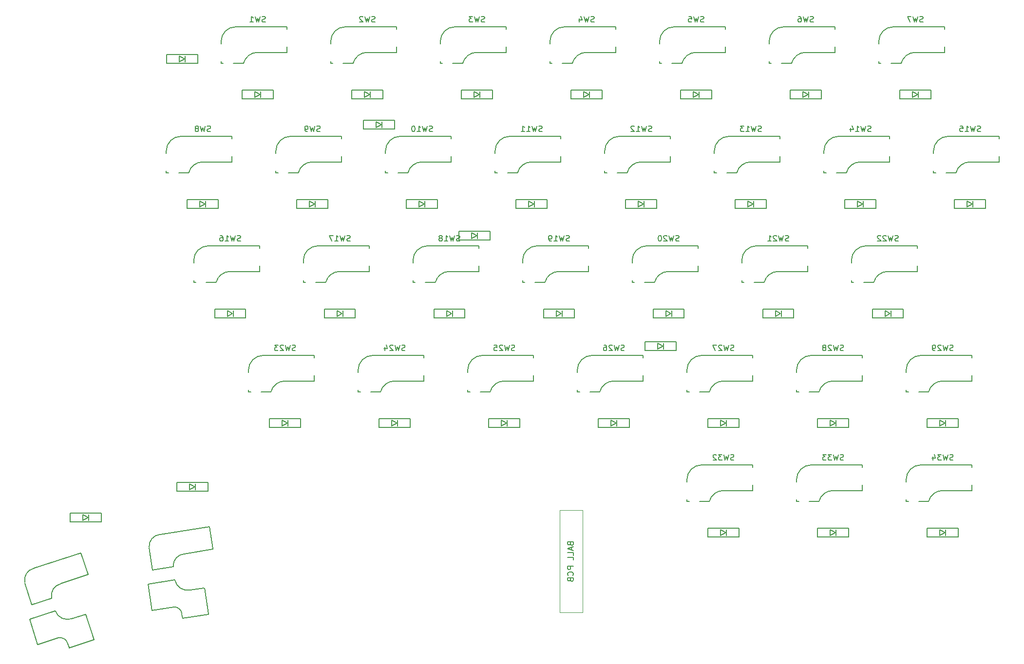
<source format=gbo>
%TF.GenerationSoftware,KiCad,Pcbnew,7.0.10*%
%TF.CreationDate,2024-02-19T14:08:03+09:00*%
%TF.ProjectId,keyball-row-staggered-right,6b657962-616c-46c2-9d72-6f772d737461,rev?*%
%TF.SameCoordinates,Original*%
%TF.FileFunction,Legend,Bot*%
%TF.FilePolarity,Positive*%
%FSLAX46Y46*%
G04 Gerber Fmt 4.6, Leading zero omitted, Abs format (unit mm)*
G04 Created by KiCad (PCBNEW 7.0.10) date 2024-02-19 14:08:03*
%MOMM*%
%LPD*%
G01*
G04 APERTURE LIST*
%ADD10C,0.150000*%
%ADD11C,0.120000*%
G04 APERTURE END LIST*
D10*
X130397023Y-96927200D02*
X130254166Y-96974819D01*
X130254166Y-96974819D02*
X130016071Y-96974819D01*
X130016071Y-96974819D02*
X129920833Y-96927200D01*
X129920833Y-96927200D02*
X129873214Y-96879580D01*
X129873214Y-96879580D02*
X129825595Y-96784342D01*
X129825595Y-96784342D02*
X129825595Y-96689104D01*
X129825595Y-96689104D02*
X129873214Y-96593866D01*
X129873214Y-96593866D02*
X129920833Y-96546247D01*
X129920833Y-96546247D02*
X130016071Y-96498628D01*
X130016071Y-96498628D02*
X130206547Y-96451009D01*
X130206547Y-96451009D02*
X130301785Y-96403390D01*
X130301785Y-96403390D02*
X130349404Y-96355771D01*
X130349404Y-96355771D02*
X130397023Y-96260533D01*
X130397023Y-96260533D02*
X130397023Y-96165295D01*
X130397023Y-96165295D02*
X130349404Y-96070057D01*
X130349404Y-96070057D02*
X130301785Y-96022438D01*
X130301785Y-96022438D02*
X130206547Y-95974819D01*
X130206547Y-95974819D02*
X129968452Y-95974819D01*
X129968452Y-95974819D02*
X129825595Y-96022438D01*
X129492261Y-95974819D02*
X129254166Y-96974819D01*
X129254166Y-96974819D02*
X129063690Y-96260533D01*
X129063690Y-96260533D02*
X128873214Y-96974819D01*
X128873214Y-96974819D02*
X128635119Y-95974819D01*
X128301785Y-96070057D02*
X128254166Y-96022438D01*
X128254166Y-96022438D02*
X128158928Y-95974819D01*
X128158928Y-95974819D02*
X127920833Y-95974819D01*
X127920833Y-95974819D02*
X127825595Y-96022438D01*
X127825595Y-96022438D02*
X127777976Y-96070057D01*
X127777976Y-96070057D02*
X127730357Y-96165295D01*
X127730357Y-96165295D02*
X127730357Y-96260533D01*
X127730357Y-96260533D02*
X127777976Y-96403390D01*
X127777976Y-96403390D02*
X128349404Y-96974819D01*
X128349404Y-96974819D02*
X127730357Y-96974819D01*
X126825595Y-95974819D02*
X127301785Y-95974819D01*
X127301785Y-95974819D02*
X127349404Y-96451009D01*
X127349404Y-96451009D02*
X127301785Y-96403390D01*
X127301785Y-96403390D02*
X127206547Y-96355771D01*
X127206547Y-96355771D02*
X126968452Y-96355771D01*
X126968452Y-96355771D02*
X126873214Y-96403390D01*
X126873214Y-96403390D02*
X126825595Y-96451009D01*
X126825595Y-96451009D02*
X126777976Y-96546247D01*
X126777976Y-96546247D02*
X126777976Y-96784342D01*
X126777976Y-96784342D02*
X126825595Y-96879580D01*
X126825595Y-96879580D02*
X126873214Y-96927200D01*
X126873214Y-96927200D02*
X126968452Y-96974819D01*
X126968452Y-96974819D02*
X127206547Y-96974819D01*
X127206547Y-96974819D02*
X127301785Y-96927200D01*
X127301785Y-96927200D02*
X127349404Y-96879580D01*
X197072023Y-77877200D02*
X196929166Y-77924819D01*
X196929166Y-77924819D02*
X196691071Y-77924819D01*
X196691071Y-77924819D02*
X196595833Y-77877200D01*
X196595833Y-77877200D02*
X196548214Y-77829580D01*
X196548214Y-77829580D02*
X196500595Y-77734342D01*
X196500595Y-77734342D02*
X196500595Y-77639104D01*
X196500595Y-77639104D02*
X196548214Y-77543866D01*
X196548214Y-77543866D02*
X196595833Y-77496247D01*
X196595833Y-77496247D02*
X196691071Y-77448628D01*
X196691071Y-77448628D02*
X196881547Y-77401009D01*
X196881547Y-77401009D02*
X196976785Y-77353390D01*
X196976785Y-77353390D02*
X197024404Y-77305771D01*
X197024404Y-77305771D02*
X197072023Y-77210533D01*
X197072023Y-77210533D02*
X197072023Y-77115295D01*
X197072023Y-77115295D02*
X197024404Y-77020057D01*
X197024404Y-77020057D02*
X196976785Y-76972438D01*
X196976785Y-76972438D02*
X196881547Y-76924819D01*
X196881547Y-76924819D02*
X196643452Y-76924819D01*
X196643452Y-76924819D02*
X196500595Y-76972438D01*
X196167261Y-76924819D02*
X195929166Y-77924819D01*
X195929166Y-77924819D02*
X195738690Y-77210533D01*
X195738690Y-77210533D02*
X195548214Y-77924819D01*
X195548214Y-77924819D02*
X195310119Y-76924819D01*
X194976785Y-77020057D02*
X194929166Y-76972438D01*
X194929166Y-76972438D02*
X194833928Y-76924819D01*
X194833928Y-76924819D02*
X194595833Y-76924819D01*
X194595833Y-76924819D02*
X194500595Y-76972438D01*
X194500595Y-76972438D02*
X194452976Y-77020057D01*
X194452976Y-77020057D02*
X194405357Y-77115295D01*
X194405357Y-77115295D02*
X194405357Y-77210533D01*
X194405357Y-77210533D02*
X194452976Y-77353390D01*
X194452976Y-77353390D02*
X195024404Y-77924819D01*
X195024404Y-77924819D02*
X194405357Y-77924819D01*
X194024404Y-77020057D02*
X193976785Y-76972438D01*
X193976785Y-76972438D02*
X193881547Y-76924819D01*
X193881547Y-76924819D02*
X193643452Y-76924819D01*
X193643452Y-76924819D02*
X193548214Y-76972438D01*
X193548214Y-76972438D02*
X193500595Y-77020057D01*
X193500595Y-77020057D02*
X193452976Y-77115295D01*
X193452976Y-77115295D02*
X193452976Y-77210533D01*
X193452976Y-77210533D02*
X193500595Y-77353390D01*
X193500595Y-77353390D02*
X194072023Y-77924819D01*
X194072023Y-77924819D02*
X193452976Y-77924819D01*
X192309523Y-58827200D02*
X192166666Y-58874819D01*
X192166666Y-58874819D02*
X191928571Y-58874819D01*
X191928571Y-58874819D02*
X191833333Y-58827200D01*
X191833333Y-58827200D02*
X191785714Y-58779580D01*
X191785714Y-58779580D02*
X191738095Y-58684342D01*
X191738095Y-58684342D02*
X191738095Y-58589104D01*
X191738095Y-58589104D02*
X191785714Y-58493866D01*
X191785714Y-58493866D02*
X191833333Y-58446247D01*
X191833333Y-58446247D02*
X191928571Y-58398628D01*
X191928571Y-58398628D02*
X192119047Y-58351009D01*
X192119047Y-58351009D02*
X192214285Y-58303390D01*
X192214285Y-58303390D02*
X192261904Y-58255771D01*
X192261904Y-58255771D02*
X192309523Y-58160533D01*
X192309523Y-58160533D02*
X192309523Y-58065295D01*
X192309523Y-58065295D02*
X192261904Y-57970057D01*
X192261904Y-57970057D02*
X192214285Y-57922438D01*
X192214285Y-57922438D02*
X192119047Y-57874819D01*
X192119047Y-57874819D02*
X191880952Y-57874819D01*
X191880952Y-57874819D02*
X191738095Y-57922438D01*
X191404761Y-57874819D02*
X191166666Y-58874819D01*
X191166666Y-58874819D02*
X190976190Y-58160533D01*
X190976190Y-58160533D02*
X190785714Y-58874819D01*
X190785714Y-58874819D02*
X190547619Y-57874819D01*
X189642857Y-58874819D02*
X190214285Y-58874819D01*
X189928571Y-58874819D02*
X189928571Y-57874819D01*
X189928571Y-57874819D02*
X190023809Y-58017676D01*
X190023809Y-58017676D02*
X190119047Y-58112914D01*
X190119047Y-58112914D02*
X190214285Y-58160533D01*
X188785714Y-58208152D02*
X188785714Y-58874819D01*
X189023809Y-57827200D02*
X189261904Y-58541485D01*
X189261904Y-58541485D02*
X188642857Y-58541485D01*
X139922023Y-77877200D02*
X139779166Y-77924819D01*
X139779166Y-77924819D02*
X139541071Y-77924819D01*
X139541071Y-77924819D02*
X139445833Y-77877200D01*
X139445833Y-77877200D02*
X139398214Y-77829580D01*
X139398214Y-77829580D02*
X139350595Y-77734342D01*
X139350595Y-77734342D02*
X139350595Y-77639104D01*
X139350595Y-77639104D02*
X139398214Y-77543866D01*
X139398214Y-77543866D02*
X139445833Y-77496247D01*
X139445833Y-77496247D02*
X139541071Y-77448628D01*
X139541071Y-77448628D02*
X139731547Y-77401009D01*
X139731547Y-77401009D02*
X139826785Y-77353390D01*
X139826785Y-77353390D02*
X139874404Y-77305771D01*
X139874404Y-77305771D02*
X139922023Y-77210533D01*
X139922023Y-77210533D02*
X139922023Y-77115295D01*
X139922023Y-77115295D02*
X139874404Y-77020057D01*
X139874404Y-77020057D02*
X139826785Y-76972438D01*
X139826785Y-76972438D02*
X139731547Y-76924819D01*
X139731547Y-76924819D02*
X139493452Y-76924819D01*
X139493452Y-76924819D02*
X139350595Y-76972438D01*
X139017261Y-76924819D02*
X138779166Y-77924819D01*
X138779166Y-77924819D02*
X138588690Y-77210533D01*
X138588690Y-77210533D02*
X138398214Y-77924819D01*
X138398214Y-77924819D02*
X138160119Y-76924819D01*
X137255357Y-77924819D02*
X137826785Y-77924819D01*
X137541071Y-77924819D02*
X137541071Y-76924819D01*
X137541071Y-76924819D02*
X137636309Y-77067676D01*
X137636309Y-77067676D02*
X137731547Y-77162914D01*
X137731547Y-77162914D02*
X137826785Y-77210533D01*
X136779166Y-77924819D02*
X136588690Y-77924819D01*
X136588690Y-77924819D02*
X136493452Y-77877200D01*
X136493452Y-77877200D02*
X136445833Y-77829580D01*
X136445833Y-77829580D02*
X136350595Y-77686723D01*
X136350595Y-77686723D02*
X136302976Y-77496247D01*
X136302976Y-77496247D02*
X136302976Y-77115295D01*
X136302976Y-77115295D02*
X136350595Y-77020057D01*
X136350595Y-77020057D02*
X136398214Y-76972438D01*
X136398214Y-76972438D02*
X136493452Y-76924819D01*
X136493452Y-76924819D02*
X136683928Y-76924819D01*
X136683928Y-76924819D02*
X136779166Y-76972438D01*
X136779166Y-76972438D02*
X136826785Y-77020057D01*
X136826785Y-77020057D02*
X136874404Y-77115295D01*
X136874404Y-77115295D02*
X136874404Y-77353390D01*
X136874404Y-77353390D02*
X136826785Y-77448628D01*
X136826785Y-77448628D02*
X136779166Y-77496247D01*
X136779166Y-77496247D02*
X136683928Y-77543866D01*
X136683928Y-77543866D02*
X136493452Y-77543866D01*
X136493452Y-77543866D02*
X136398214Y-77496247D01*
X136398214Y-77496247D02*
X136350595Y-77448628D01*
X136350595Y-77448628D02*
X136302976Y-77353390D01*
X154209523Y-58827200D02*
X154066666Y-58874819D01*
X154066666Y-58874819D02*
X153828571Y-58874819D01*
X153828571Y-58874819D02*
X153733333Y-58827200D01*
X153733333Y-58827200D02*
X153685714Y-58779580D01*
X153685714Y-58779580D02*
X153638095Y-58684342D01*
X153638095Y-58684342D02*
X153638095Y-58589104D01*
X153638095Y-58589104D02*
X153685714Y-58493866D01*
X153685714Y-58493866D02*
X153733333Y-58446247D01*
X153733333Y-58446247D02*
X153828571Y-58398628D01*
X153828571Y-58398628D02*
X154019047Y-58351009D01*
X154019047Y-58351009D02*
X154114285Y-58303390D01*
X154114285Y-58303390D02*
X154161904Y-58255771D01*
X154161904Y-58255771D02*
X154209523Y-58160533D01*
X154209523Y-58160533D02*
X154209523Y-58065295D01*
X154209523Y-58065295D02*
X154161904Y-57970057D01*
X154161904Y-57970057D02*
X154114285Y-57922438D01*
X154114285Y-57922438D02*
X154019047Y-57874819D01*
X154019047Y-57874819D02*
X153780952Y-57874819D01*
X153780952Y-57874819D02*
X153638095Y-57922438D01*
X153304761Y-57874819D02*
X153066666Y-58874819D01*
X153066666Y-58874819D02*
X152876190Y-58160533D01*
X152876190Y-58160533D02*
X152685714Y-58874819D01*
X152685714Y-58874819D02*
X152447619Y-57874819D01*
X151542857Y-58874819D02*
X152114285Y-58874819D01*
X151828571Y-58874819D02*
X151828571Y-57874819D01*
X151828571Y-57874819D02*
X151923809Y-58017676D01*
X151923809Y-58017676D02*
X152019047Y-58112914D01*
X152019047Y-58112914D02*
X152114285Y-58160533D01*
X151161904Y-57970057D02*
X151114285Y-57922438D01*
X151114285Y-57922438D02*
X151019047Y-57874819D01*
X151019047Y-57874819D02*
X150780952Y-57874819D01*
X150780952Y-57874819D02*
X150685714Y-57922438D01*
X150685714Y-57922438D02*
X150638095Y-57970057D01*
X150638095Y-57970057D02*
X150590476Y-58065295D01*
X150590476Y-58065295D02*
X150590476Y-58160533D01*
X150590476Y-58160533D02*
X150638095Y-58303390D01*
X150638095Y-58303390D02*
X151209523Y-58874819D01*
X151209523Y-58874819D02*
X150590476Y-58874819D01*
X140061009Y-130562380D02*
X140108628Y-130705237D01*
X140108628Y-130705237D02*
X140156247Y-130752856D01*
X140156247Y-130752856D02*
X140251485Y-130800475D01*
X140251485Y-130800475D02*
X140394342Y-130800475D01*
X140394342Y-130800475D02*
X140489580Y-130752856D01*
X140489580Y-130752856D02*
X140537200Y-130705237D01*
X140537200Y-130705237D02*
X140584819Y-130609999D01*
X140584819Y-130609999D02*
X140584819Y-130229047D01*
X140584819Y-130229047D02*
X139584819Y-130229047D01*
X139584819Y-130229047D02*
X139584819Y-130562380D01*
X139584819Y-130562380D02*
X139632438Y-130657618D01*
X139632438Y-130657618D02*
X139680057Y-130705237D01*
X139680057Y-130705237D02*
X139775295Y-130752856D01*
X139775295Y-130752856D02*
X139870533Y-130752856D01*
X139870533Y-130752856D02*
X139965771Y-130705237D01*
X139965771Y-130705237D02*
X140013390Y-130657618D01*
X140013390Y-130657618D02*
X140061009Y-130562380D01*
X140061009Y-130562380D02*
X140061009Y-130229047D01*
X140299104Y-131181428D02*
X140299104Y-131657618D01*
X140584819Y-131086190D02*
X139584819Y-131419523D01*
X139584819Y-131419523D02*
X140584819Y-131752856D01*
X140584819Y-132562380D02*
X140584819Y-132086190D01*
X140584819Y-132086190D02*
X139584819Y-132086190D01*
X140584819Y-133371904D02*
X140584819Y-132895714D01*
X140584819Y-132895714D02*
X139584819Y-132895714D01*
X140584819Y-134467143D02*
X139584819Y-134467143D01*
X139584819Y-134467143D02*
X139584819Y-134848095D01*
X139584819Y-134848095D02*
X139632438Y-134943333D01*
X139632438Y-134943333D02*
X139680057Y-134990952D01*
X139680057Y-134990952D02*
X139775295Y-135038571D01*
X139775295Y-135038571D02*
X139918152Y-135038571D01*
X139918152Y-135038571D02*
X140013390Y-134990952D01*
X140013390Y-134990952D02*
X140061009Y-134943333D01*
X140061009Y-134943333D02*
X140108628Y-134848095D01*
X140108628Y-134848095D02*
X140108628Y-134467143D01*
X140489580Y-136038571D02*
X140537200Y-135990952D01*
X140537200Y-135990952D02*
X140584819Y-135848095D01*
X140584819Y-135848095D02*
X140584819Y-135752857D01*
X140584819Y-135752857D02*
X140537200Y-135610000D01*
X140537200Y-135610000D02*
X140441961Y-135514762D01*
X140441961Y-135514762D02*
X140346723Y-135467143D01*
X140346723Y-135467143D02*
X140156247Y-135419524D01*
X140156247Y-135419524D02*
X140013390Y-135419524D01*
X140013390Y-135419524D02*
X139822914Y-135467143D01*
X139822914Y-135467143D02*
X139727676Y-135514762D01*
X139727676Y-135514762D02*
X139632438Y-135610000D01*
X139632438Y-135610000D02*
X139584819Y-135752857D01*
X139584819Y-135752857D02*
X139584819Y-135848095D01*
X139584819Y-135848095D02*
X139632438Y-135990952D01*
X139632438Y-135990952D02*
X139680057Y-136038571D01*
X140061009Y-136800476D02*
X140108628Y-136943333D01*
X140108628Y-136943333D02*
X140156247Y-136990952D01*
X140156247Y-136990952D02*
X140251485Y-137038571D01*
X140251485Y-137038571D02*
X140394342Y-137038571D01*
X140394342Y-137038571D02*
X140489580Y-136990952D01*
X140489580Y-136990952D02*
X140537200Y-136943333D01*
X140537200Y-136943333D02*
X140584819Y-136848095D01*
X140584819Y-136848095D02*
X140584819Y-136467143D01*
X140584819Y-136467143D02*
X139584819Y-136467143D01*
X139584819Y-136467143D02*
X139584819Y-136800476D01*
X139584819Y-136800476D02*
X139632438Y-136895714D01*
X139632438Y-136895714D02*
X139680057Y-136943333D01*
X139680057Y-136943333D02*
X139775295Y-136990952D01*
X139775295Y-136990952D02*
X139870533Y-136990952D01*
X139870533Y-136990952D02*
X139965771Y-136943333D01*
X139965771Y-136943333D02*
X140013390Y-136895714D01*
X140013390Y-136895714D02*
X140061009Y-136800476D01*
X140061009Y-136800476D02*
X140061009Y-136467143D01*
X149447023Y-96927200D02*
X149304166Y-96974819D01*
X149304166Y-96974819D02*
X149066071Y-96974819D01*
X149066071Y-96974819D02*
X148970833Y-96927200D01*
X148970833Y-96927200D02*
X148923214Y-96879580D01*
X148923214Y-96879580D02*
X148875595Y-96784342D01*
X148875595Y-96784342D02*
X148875595Y-96689104D01*
X148875595Y-96689104D02*
X148923214Y-96593866D01*
X148923214Y-96593866D02*
X148970833Y-96546247D01*
X148970833Y-96546247D02*
X149066071Y-96498628D01*
X149066071Y-96498628D02*
X149256547Y-96451009D01*
X149256547Y-96451009D02*
X149351785Y-96403390D01*
X149351785Y-96403390D02*
X149399404Y-96355771D01*
X149399404Y-96355771D02*
X149447023Y-96260533D01*
X149447023Y-96260533D02*
X149447023Y-96165295D01*
X149447023Y-96165295D02*
X149399404Y-96070057D01*
X149399404Y-96070057D02*
X149351785Y-96022438D01*
X149351785Y-96022438D02*
X149256547Y-95974819D01*
X149256547Y-95974819D02*
X149018452Y-95974819D01*
X149018452Y-95974819D02*
X148875595Y-96022438D01*
X148542261Y-95974819D02*
X148304166Y-96974819D01*
X148304166Y-96974819D02*
X148113690Y-96260533D01*
X148113690Y-96260533D02*
X147923214Y-96974819D01*
X147923214Y-96974819D02*
X147685119Y-95974819D01*
X147351785Y-96070057D02*
X147304166Y-96022438D01*
X147304166Y-96022438D02*
X147208928Y-95974819D01*
X147208928Y-95974819D02*
X146970833Y-95974819D01*
X146970833Y-95974819D02*
X146875595Y-96022438D01*
X146875595Y-96022438D02*
X146827976Y-96070057D01*
X146827976Y-96070057D02*
X146780357Y-96165295D01*
X146780357Y-96165295D02*
X146780357Y-96260533D01*
X146780357Y-96260533D02*
X146827976Y-96403390D01*
X146827976Y-96403390D02*
X147399404Y-96974819D01*
X147399404Y-96974819D02*
X146780357Y-96974819D01*
X145923214Y-95974819D02*
X146113690Y-95974819D01*
X146113690Y-95974819D02*
X146208928Y-96022438D01*
X146208928Y-96022438D02*
X146256547Y-96070057D01*
X146256547Y-96070057D02*
X146351785Y-96212914D01*
X146351785Y-96212914D02*
X146399404Y-96403390D01*
X146399404Y-96403390D02*
X146399404Y-96784342D01*
X146399404Y-96784342D02*
X146351785Y-96879580D01*
X146351785Y-96879580D02*
X146304166Y-96927200D01*
X146304166Y-96927200D02*
X146208928Y-96974819D01*
X146208928Y-96974819D02*
X146018452Y-96974819D01*
X146018452Y-96974819D02*
X145923214Y-96927200D01*
X145923214Y-96927200D02*
X145875595Y-96879580D01*
X145875595Y-96879580D02*
X145827976Y-96784342D01*
X145827976Y-96784342D02*
X145827976Y-96546247D01*
X145827976Y-96546247D02*
X145875595Y-96451009D01*
X145875595Y-96451009D02*
X145923214Y-96403390D01*
X145923214Y-96403390D02*
X146018452Y-96355771D01*
X146018452Y-96355771D02*
X146208928Y-96355771D01*
X146208928Y-96355771D02*
X146304166Y-96403390D01*
X146304166Y-96403390D02*
X146351785Y-96451009D01*
X146351785Y-96451009D02*
X146399404Y-96546247D01*
X92297023Y-96927200D02*
X92154166Y-96974819D01*
X92154166Y-96974819D02*
X91916071Y-96974819D01*
X91916071Y-96974819D02*
X91820833Y-96927200D01*
X91820833Y-96927200D02*
X91773214Y-96879580D01*
X91773214Y-96879580D02*
X91725595Y-96784342D01*
X91725595Y-96784342D02*
X91725595Y-96689104D01*
X91725595Y-96689104D02*
X91773214Y-96593866D01*
X91773214Y-96593866D02*
X91820833Y-96546247D01*
X91820833Y-96546247D02*
X91916071Y-96498628D01*
X91916071Y-96498628D02*
X92106547Y-96451009D01*
X92106547Y-96451009D02*
X92201785Y-96403390D01*
X92201785Y-96403390D02*
X92249404Y-96355771D01*
X92249404Y-96355771D02*
X92297023Y-96260533D01*
X92297023Y-96260533D02*
X92297023Y-96165295D01*
X92297023Y-96165295D02*
X92249404Y-96070057D01*
X92249404Y-96070057D02*
X92201785Y-96022438D01*
X92201785Y-96022438D02*
X92106547Y-95974819D01*
X92106547Y-95974819D02*
X91868452Y-95974819D01*
X91868452Y-95974819D02*
X91725595Y-96022438D01*
X91392261Y-95974819D02*
X91154166Y-96974819D01*
X91154166Y-96974819D02*
X90963690Y-96260533D01*
X90963690Y-96260533D02*
X90773214Y-96974819D01*
X90773214Y-96974819D02*
X90535119Y-95974819D01*
X90201785Y-96070057D02*
X90154166Y-96022438D01*
X90154166Y-96022438D02*
X90058928Y-95974819D01*
X90058928Y-95974819D02*
X89820833Y-95974819D01*
X89820833Y-95974819D02*
X89725595Y-96022438D01*
X89725595Y-96022438D02*
X89677976Y-96070057D01*
X89677976Y-96070057D02*
X89630357Y-96165295D01*
X89630357Y-96165295D02*
X89630357Y-96260533D01*
X89630357Y-96260533D02*
X89677976Y-96403390D01*
X89677976Y-96403390D02*
X90249404Y-96974819D01*
X90249404Y-96974819D02*
X89630357Y-96974819D01*
X89297023Y-95974819D02*
X88677976Y-95974819D01*
X88677976Y-95974819D02*
X89011309Y-96355771D01*
X89011309Y-96355771D02*
X88868452Y-96355771D01*
X88868452Y-96355771D02*
X88773214Y-96403390D01*
X88773214Y-96403390D02*
X88725595Y-96451009D01*
X88725595Y-96451009D02*
X88677976Y-96546247D01*
X88677976Y-96546247D02*
X88677976Y-96784342D01*
X88677976Y-96784342D02*
X88725595Y-96879580D01*
X88725595Y-96879580D02*
X88773214Y-96927200D01*
X88773214Y-96927200D02*
X88868452Y-96974819D01*
X88868452Y-96974819D02*
X89154166Y-96974819D01*
X89154166Y-96974819D02*
X89249404Y-96927200D01*
X89249404Y-96927200D02*
X89297023Y-96879580D01*
X125158332Y-39777200D02*
X125015475Y-39824819D01*
X125015475Y-39824819D02*
X124777380Y-39824819D01*
X124777380Y-39824819D02*
X124682142Y-39777200D01*
X124682142Y-39777200D02*
X124634523Y-39729580D01*
X124634523Y-39729580D02*
X124586904Y-39634342D01*
X124586904Y-39634342D02*
X124586904Y-39539104D01*
X124586904Y-39539104D02*
X124634523Y-39443866D01*
X124634523Y-39443866D02*
X124682142Y-39396247D01*
X124682142Y-39396247D02*
X124777380Y-39348628D01*
X124777380Y-39348628D02*
X124967856Y-39301009D01*
X124967856Y-39301009D02*
X125063094Y-39253390D01*
X125063094Y-39253390D02*
X125110713Y-39205771D01*
X125110713Y-39205771D02*
X125158332Y-39110533D01*
X125158332Y-39110533D02*
X125158332Y-39015295D01*
X125158332Y-39015295D02*
X125110713Y-38920057D01*
X125110713Y-38920057D02*
X125063094Y-38872438D01*
X125063094Y-38872438D02*
X124967856Y-38824819D01*
X124967856Y-38824819D02*
X124729761Y-38824819D01*
X124729761Y-38824819D02*
X124586904Y-38872438D01*
X124253570Y-38824819D02*
X124015475Y-39824819D01*
X124015475Y-39824819D02*
X123824999Y-39110533D01*
X123824999Y-39110533D02*
X123634523Y-39824819D01*
X123634523Y-39824819D02*
X123396428Y-38824819D01*
X123110713Y-38824819D02*
X122491666Y-38824819D01*
X122491666Y-38824819D02*
X122824999Y-39205771D01*
X122824999Y-39205771D02*
X122682142Y-39205771D01*
X122682142Y-39205771D02*
X122586904Y-39253390D01*
X122586904Y-39253390D02*
X122539285Y-39301009D01*
X122539285Y-39301009D02*
X122491666Y-39396247D01*
X122491666Y-39396247D02*
X122491666Y-39634342D01*
X122491666Y-39634342D02*
X122539285Y-39729580D01*
X122539285Y-39729580D02*
X122586904Y-39777200D01*
X122586904Y-39777200D02*
X122682142Y-39824819D01*
X122682142Y-39824819D02*
X122967856Y-39824819D01*
X122967856Y-39824819D02*
X123063094Y-39777200D01*
X123063094Y-39777200D02*
X123110713Y-39729580D01*
X158972023Y-77877200D02*
X158829166Y-77924819D01*
X158829166Y-77924819D02*
X158591071Y-77924819D01*
X158591071Y-77924819D02*
X158495833Y-77877200D01*
X158495833Y-77877200D02*
X158448214Y-77829580D01*
X158448214Y-77829580D02*
X158400595Y-77734342D01*
X158400595Y-77734342D02*
X158400595Y-77639104D01*
X158400595Y-77639104D02*
X158448214Y-77543866D01*
X158448214Y-77543866D02*
X158495833Y-77496247D01*
X158495833Y-77496247D02*
X158591071Y-77448628D01*
X158591071Y-77448628D02*
X158781547Y-77401009D01*
X158781547Y-77401009D02*
X158876785Y-77353390D01*
X158876785Y-77353390D02*
X158924404Y-77305771D01*
X158924404Y-77305771D02*
X158972023Y-77210533D01*
X158972023Y-77210533D02*
X158972023Y-77115295D01*
X158972023Y-77115295D02*
X158924404Y-77020057D01*
X158924404Y-77020057D02*
X158876785Y-76972438D01*
X158876785Y-76972438D02*
X158781547Y-76924819D01*
X158781547Y-76924819D02*
X158543452Y-76924819D01*
X158543452Y-76924819D02*
X158400595Y-76972438D01*
X158067261Y-76924819D02*
X157829166Y-77924819D01*
X157829166Y-77924819D02*
X157638690Y-77210533D01*
X157638690Y-77210533D02*
X157448214Y-77924819D01*
X157448214Y-77924819D02*
X157210119Y-76924819D01*
X156876785Y-77020057D02*
X156829166Y-76972438D01*
X156829166Y-76972438D02*
X156733928Y-76924819D01*
X156733928Y-76924819D02*
X156495833Y-76924819D01*
X156495833Y-76924819D02*
X156400595Y-76972438D01*
X156400595Y-76972438D02*
X156352976Y-77020057D01*
X156352976Y-77020057D02*
X156305357Y-77115295D01*
X156305357Y-77115295D02*
X156305357Y-77210533D01*
X156305357Y-77210533D02*
X156352976Y-77353390D01*
X156352976Y-77353390D02*
X156924404Y-77924819D01*
X156924404Y-77924819D02*
X156305357Y-77924819D01*
X155686309Y-76924819D02*
X155591071Y-76924819D01*
X155591071Y-76924819D02*
X155495833Y-76972438D01*
X155495833Y-76972438D02*
X155448214Y-77020057D01*
X155448214Y-77020057D02*
X155400595Y-77115295D01*
X155400595Y-77115295D02*
X155352976Y-77305771D01*
X155352976Y-77305771D02*
X155352976Y-77543866D01*
X155352976Y-77543866D02*
X155400595Y-77734342D01*
X155400595Y-77734342D02*
X155448214Y-77829580D01*
X155448214Y-77829580D02*
X155495833Y-77877200D01*
X155495833Y-77877200D02*
X155591071Y-77924819D01*
X155591071Y-77924819D02*
X155686309Y-77924819D01*
X155686309Y-77924819D02*
X155781547Y-77877200D01*
X155781547Y-77877200D02*
X155829166Y-77829580D01*
X155829166Y-77829580D02*
X155876785Y-77734342D01*
X155876785Y-77734342D02*
X155924404Y-77543866D01*
X155924404Y-77543866D02*
X155924404Y-77305771D01*
X155924404Y-77305771D02*
X155876785Y-77115295D01*
X155876785Y-77115295D02*
X155829166Y-77020057D01*
X155829166Y-77020057D02*
X155781547Y-76972438D01*
X155781547Y-76972438D02*
X155686309Y-76924819D01*
X187547023Y-115977200D02*
X187404166Y-116024819D01*
X187404166Y-116024819D02*
X187166071Y-116024819D01*
X187166071Y-116024819D02*
X187070833Y-115977200D01*
X187070833Y-115977200D02*
X187023214Y-115929580D01*
X187023214Y-115929580D02*
X186975595Y-115834342D01*
X186975595Y-115834342D02*
X186975595Y-115739104D01*
X186975595Y-115739104D02*
X187023214Y-115643866D01*
X187023214Y-115643866D02*
X187070833Y-115596247D01*
X187070833Y-115596247D02*
X187166071Y-115548628D01*
X187166071Y-115548628D02*
X187356547Y-115501009D01*
X187356547Y-115501009D02*
X187451785Y-115453390D01*
X187451785Y-115453390D02*
X187499404Y-115405771D01*
X187499404Y-115405771D02*
X187547023Y-115310533D01*
X187547023Y-115310533D02*
X187547023Y-115215295D01*
X187547023Y-115215295D02*
X187499404Y-115120057D01*
X187499404Y-115120057D02*
X187451785Y-115072438D01*
X187451785Y-115072438D02*
X187356547Y-115024819D01*
X187356547Y-115024819D02*
X187118452Y-115024819D01*
X187118452Y-115024819D02*
X186975595Y-115072438D01*
X186642261Y-115024819D02*
X186404166Y-116024819D01*
X186404166Y-116024819D02*
X186213690Y-115310533D01*
X186213690Y-115310533D02*
X186023214Y-116024819D01*
X186023214Y-116024819D02*
X185785119Y-115024819D01*
X185499404Y-115024819D02*
X184880357Y-115024819D01*
X184880357Y-115024819D02*
X185213690Y-115405771D01*
X185213690Y-115405771D02*
X185070833Y-115405771D01*
X185070833Y-115405771D02*
X184975595Y-115453390D01*
X184975595Y-115453390D02*
X184927976Y-115501009D01*
X184927976Y-115501009D02*
X184880357Y-115596247D01*
X184880357Y-115596247D02*
X184880357Y-115834342D01*
X184880357Y-115834342D02*
X184927976Y-115929580D01*
X184927976Y-115929580D02*
X184975595Y-115977200D01*
X184975595Y-115977200D02*
X185070833Y-116024819D01*
X185070833Y-116024819D02*
X185356547Y-116024819D01*
X185356547Y-116024819D02*
X185451785Y-115977200D01*
X185451785Y-115977200D02*
X185499404Y-115929580D01*
X184547023Y-115024819D02*
X183927976Y-115024819D01*
X183927976Y-115024819D02*
X184261309Y-115405771D01*
X184261309Y-115405771D02*
X184118452Y-115405771D01*
X184118452Y-115405771D02*
X184023214Y-115453390D01*
X184023214Y-115453390D02*
X183975595Y-115501009D01*
X183975595Y-115501009D02*
X183927976Y-115596247D01*
X183927976Y-115596247D02*
X183927976Y-115834342D01*
X183927976Y-115834342D02*
X183975595Y-115929580D01*
X183975595Y-115929580D02*
X184023214Y-115977200D01*
X184023214Y-115977200D02*
X184118452Y-116024819D01*
X184118452Y-116024819D02*
X184404166Y-116024819D01*
X184404166Y-116024819D02*
X184499404Y-115977200D01*
X184499404Y-115977200D02*
X184547023Y-115929580D01*
X96583332Y-58827200D02*
X96440475Y-58874819D01*
X96440475Y-58874819D02*
X96202380Y-58874819D01*
X96202380Y-58874819D02*
X96107142Y-58827200D01*
X96107142Y-58827200D02*
X96059523Y-58779580D01*
X96059523Y-58779580D02*
X96011904Y-58684342D01*
X96011904Y-58684342D02*
X96011904Y-58589104D01*
X96011904Y-58589104D02*
X96059523Y-58493866D01*
X96059523Y-58493866D02*
X96107142Y-58446247D01*
X96107142Y-58446247D02*
X96202380Y-58398628D01*
X96202380Y-58398628D02*
X96392856Y-58351009D01*
X96392856Y-58351009D02*
X96488094Y-58303390D01*
X96488094Y-58303390D02*
X96535713Y-58255771D01*
X96535713Y-58255771D02*
X96583332Y-58160533D01*
X96583332Y-58160533D02*
X96583332Y-58065295D01*
X96583332Y-58065295D02*
X96535713Y-57970057D01*
X96535713Y-57970057D02*
X96488094Y-57922438D01*
X96488094Y-57922438D02*
X96392856Y-57874819D01*
X96392856Y-57874819D02*
X96154761Y-57874819D01*
X96154761Y-57874819D02*
X96011904Y-57922438D01*
X95678570Y-57874819D02*
X95440475Y-58874819D01*
X95440475Y-58874819D02*
X95249999Y-58160533D01*
X95249999Y-58160533D02*
X95059523Y-58874819D01*
X95059523Y-58874819D02*
X94821428Y-57874819D01*
X94392856Y-58874819D02*
X94202380Y-58874819D01*
X94202380Y-58874819D02*
X94107142Y-58827200D01*
X94107142Y-58827200D02*
X94059523Y-58779580D01*
X94059523Y-58779580D02*
X93964285Y-58636723D01*
X93964285Y-58636723D02*
X93916666Y-58446247D01*
X93916666Y-58446247D02*
X93916666Y-58065295D01*
X93916666Y-58065295D02*
X93964285Y-57970057D01*
X93964285Y-57970057D02*
X94011904Y-57922438D01*
X94011904Y-57922438D02*
X94107142Y-57874819D01*
X94107142Y-57874819D02*
X94297618Y-57874819D01*
X94297618Y-57874819D02*
X94392856Y-57922438D01*
X94392856Y-57922438D02*
X94440475Y-57970057D01*
X94440475Y-57970057D02*
X94488094Y-58065295D01*
X94488094Y-58065295D02*
X94488094Y-58303390D01*
X94488094Y-58303390D02*
X94440475Y-58398628D01*
X94440475Y-58398628D02*
X94392856Y-58446247D01*
X94392856Y-58446247D02*
X94297618Y-58493866D01*
X94297618Y-58493866D02*
X94107142Y-58493866D01*
X94107142Y-58493866D02*
X94011904Y-58446247D01*
X94011904Y-58446247D02*
X93964285Y-58398628D01*
X93964285Y-58398628D02*
X93916666Y-58303390D01*
X135159523Y-58827200D02*
X135016666Y-58874819D01*
X135016666Y-58874819D02*
X134778571Y-58874819D01*
X134778571Y-58874819D02*
X134683333Y-58827200D01*
X134683333Y-58827200D02*
X134635714Y-58779580D01*
X134635714Y-58779580D02*
X134588095Y-58684342D01*
X134588095Y-58684342D02*
X134588095Y-58589104D01*
X134588095Y-58589104D02*
X134635714Y-58493866D01*
X134635714Y-58493866D02*
X134683333Y-58446247D01*
X134683333Y-58446247D02*
X134778571Y-58398628D01*
X134778571Y-58398628D02*
X134969047Y-58351009D01*
X134969047Y-58351009D02*
X135064285Y-58303390D01*
X135064285Y-58303390D02*
X135111904Y-58255771D01*
X135111904Y-58255771D02*
X135159523Y-58160533D01*
X135159523Y-58160533D02*
X135159523Y-58065295D01*
X135159523Y-58065295D02*
X135111904Y-57970057D01*
X135111904Y-57970057D02*
X135064285Y-57922438D01*
X135064285Y-57922438D02*
X134969047Y-57874819D01*
X134969047Y-57874819D02*
X134730952Y-57874819D01*
X134730952Y-57874819D02*
X134588095Y-57922438D01*
X134254761Y-57874819D02*
X134016666Y-58874819D01*
X134016666Y-58874819D02*
X133826190Y-58160533D01*
X133826190Y-58160533D02*
X133635714Y-58874819D01*
X133635714Y-58874819D02*
X133397619Y-57874819D01*
X132492857Y-58874819D02*
X133064285Y-58874819D01*
X132778571Y-58874819D02*
X132778571Y-57874819D01*
X132778571Y-57874819D02*
X132873809Y-58017676D01*
X132873809Y-58017676D02*
X132969047Y-58112914D01*
X132969047Y-58112914D02*
X133064285Y-58160533D01*
X131540476Y-58874819D02*
X132111904Y-58874819D01*
X131826190Y-58874819D02*
X131826190Y-57874819D01*
X131826190Y-57874819D02*
X131921428Y-58017676D01*
X131921428Y-58017676D02*
X132016666Y-58112914D01*
X132016666Y-58112914D02*
X132111904Y-58160533D01*
X182308332Y-39777200D02*
X182165475Y-39824819D01*
X182165475Y-39824819D02*
X181927380Y-39824819D01*
X181927380Y-39824819D02*
X181832142Y-39777200D01*
X181832142Y-39777200D02*
X181784523Y-39729580D01*
X181784523Y-39729580D02*
X181736904Y-39634342D01*
X181736904Y-39634342D02*
X181736904Y-39539104D01*
X181736904Y-39539104D02*
X181784523Y-39443866D01*
X181784523Y-39443866D02*
X181832142Y-39396247D01*
X181832142Y-39396247D02*
X181927380Y-39348628D01*
X181927380Y-39348628D02*
X182117856Y-39301009D01*
X182117856Y-39301009D02*
X182213094Y-39253390D01*
X182213094Y-39253390D02*
X182260713Y-39205771D01*
X182260713Y-39205771D02*
X182308332Y-39110533D01*
X182308332Y-39110533D02*
X182308332Y-39015295D01*
X182308332Y-39015295D02*
X182260713Y-38920057D01*
X182260713Y-38920057D02*
X182213094Y-38872438D01*
X182213094Y-38872438D02*
X182117856Y-38824819D01*
X182117856Y-38824819D02*
X181879761Y-38824819D01*
X181879761Y-38824819D02*
X181736904Y-38872438D01*
X181403570Y-38824819D02*
X181165475Y-39824819D01*
X181165475Y-39824819D02*
X180974999Y-39110533D01*
X180974999Y-39110533D02*
X180784523Y-39824819D01*
X180784523Y-39824819D02*
X180546428Y-38824819D01*
X179736904Y-38824819D02*
X179927380Y-38824819D01*
X179927380Y-38824819D02*
X180022618Y-38872438D01*
X180022618Y-38872438D02*
X180070237Y-38920057D01*
X180070237Y-38920057D02*
X180165475Y-39062914D01*
X180165475Y-39062914D02*
X180213094Y-39253390D01*
X180213094Y-39253390D02*
X180213094Y-39634342D01*
X180213094Y-39634342D02*
X180165475Y-39729580D01*
X180165475Y-39729580D02*
X180117856Y-39777200D01*
X180117856Y-39777200D02*
X180022618Y-39824819D01*
X180022618Y-39824819D02*
X179832142Y-39824819D01*
X179832142Y-39824819D02*
X179736904Y-39777200D01*
X179736904Y-39777200D02*
X179689285Y-39729580D01*
X179689285Y-39729580D02*
X179641666Y-39634342D01*
X179641666Y-39634342D02*
X179641666Y-39396247D01*
X179641666Y-39396247D02*
X179689285Y-39301009D01*
X179689285Y-39301009D02*
X179736904Y-39253390D01*
X179736904Y-39253390D02*
X179832142Y-39205771D01*
X179832142Y-39205771D02*
X180022618Y-39205771D01*
X180022618Y-39205771D02*
X180117856Y-39253390D01*
X180117856Y-39253390D02*
X180165475Y-39301009D01*
X180165475Y-39301009D02*
X180213094Y-39396247D01*
X206597023Y-96927200D02*
X206454166Y-96974819D01*
X206454166Y-96974819D02*
X206216071Y-96974819D01*
X206216071Y-96974819D02*
X206120833Y-96927200D01*
X206120833Y-96927200D02*
X206073214Y-96879580D01*
X206073214Y-96879580D02*
X206025595Y-96784342D01*
X206025595Y-96784342D02*
X206025595Y-96689104D01*
X206025595Y-96689104D02*
X206073214Y-96593866D01*
X206073214Y-96593866D02*
X206120833Y-96546247D01*
X206120833Y-96546247D02*
X206216071Y-96498628D01*
X206216071Y-96498628D02*
X206406547Y-96451009D01*
X206406547Y-96451009D02*
X206501785Y-96403390D01*
X206501785Y-96403390D02*
X206549404Y-96355771D01*
X206549404Y-96355771D02*
X206597023Y-96260533D01*
X206597023Y-96260533D02*
X206597023Y-96165295D01*
X206597023Y-96165295D02*
X206549404Y-96070057D01*
X206549404Y-96070057D02*
X206501785Y-96022438D01*
X206501785Y-96022438D02*
X206406547Y-95974819D01*
X206406547Y-95974819D02*
X206168452Y-95974819D01*
X206168452Y-95974819D02*
X206025595Y-96022438D01*
X205692261Y-95974819D02*
X205454166Y-96974819D01*
X205454166Y-96974819D02*
X205263690Y-96260533D01*
X205263690Y-96260533D02*
X205073214Y-96974819D01*
X205073214Y-96974819D02*
X204835119Y-95974819D01*
X204501785Y-96070057D02*
X204454166Y-96022438D01*
X204454166Y-96022438D02*
X204358928Y-95974819D01*
X204358928Y-95974819D02*
X204120833Y-95974819D01*
X204120833Y-95974819D02*
X204025595Y-96022438D01*
X204025595Y-96022438D02*
X203977976Y-96070057D01*
X203977976Y-96070057D02*
X203930357Y-96165295D01*
X203930357Y-96165295D02*
X203930357Y-96260533D01*
X203930357Y-96260533D02*
X203977976Y-96403390D01*
X203977976Y-96403390D02*
X204549404Y-96974819D01*
X204549404Y-96974819D02*
X203930357Y-96974819D01*
X203454166Y-96974819D02*
X203263690Y-96974819D01*
X203263690Y-96974819D02*
X203168452Y-96927200D01*
X203168452Y-96927200D02*
X203120833Y-96879580D01*
X203120833Y-96879580D02*
X203025595Y-96736723D01*
X203025595Y-96736723D02*
X202977976Y-96546247D01*
X202977976Y-96546247D02*
X202977976Y-96165295D01*
X202977976Y-96165295D02*
X203025595Y-96070057D01*
X203025595Y-96070057D02*
X203073214Y-96022438D01*
X203073214Y-96022438D02*
X203168452Y-95974819D01*
X203168452Y-95974819D02*
X203358928Y-95974819D01*
X203358928Y-95974819D02*
X203454166Y-96022438D01*
X203454166Y-96022438D02*
X203501785Y-96070057D01*
X203501785Y-96070057D02*
X203549404Y-96165295D01*
X203549404Y-96165295D02*
X203549404Y-96403390D01*
X203549404Y-96403390D02*
X203501785Y-96498628D01*
X203501785Y-96498628D02*
X203454166Y-96546247D01*
X203454166Y-96546247D02*
X203358928Y-96593866D01*
X203358928Y-96593866D02*
X203168452Y-96593866D01*
X203168452Y-96593866D02*
X203073214Y-96546247D01*
X203073214Y-96546247D02*
X203025595Y-96498628D01*
X203025595Y-96498628D02*
X202977976Y-96403390D01*
X178022023Y-77877200D02*
X177879166Y-77924819D01*
X177879166Y-77924819D02*
X177641071Y-77924819D01*
X177641071Y-77924819D02*
X177545833Y-77877200D01*
X177545833Y-77877200D02*
X177498214Y-77829580D01*
X177498214Y-77829580D02*
X177450595Y-77734342D01*
X177450595Y-77734342D02*
X177450595Y-77639104D01*
X177450595Y-77639104D02*
X177498214Y-77543866D01*
X177498214Y-77543866D02*
X177545833Y-77496247D01*
X177545833Y-77496247D02*
X177641071Y-77448628D01*
X177641071Y-77448628D02*
X177831547Y-77401009D01*
X177831547Y-77401009D02*
X177926785Y-77353390D01*
X177926785Y-77353390D02*
X177974404Y-77305771D01*
X177974404Y-77305771D02*
X178022023Y-77210533D01*
X178022023Y-77210533D02*
X178022023Y-77115295D01*
X178022023Y-77115295D02*
X177974404Y-77020057D01*
X177974404Y-77020057D02*
X177926785Y-76972438D01*
X177926785Y-76972438D02*
X177831547Y-76924819D01*
X177831547Y-76924819D02*
X177593452Y-76924819D01*
X177593452Y-76924819D02*
X177450595Y-76972438D01*
X177117261Y-76924819D02*
X176879166Y-77924819D01*
X176879166Y-77924819D02*
X176688690Y-77210533D01*
X176688690Y-77210533D02*
X176498214Y-77924819D01*
X176498214Y-77924819D02*
X176260119Y-76924819D01*
X175926785Y-77020057D02*
X175879166Y-76972438D01*
X175879166Y-76972438D02*
X175783928Y-76924819D01*
X175783928Y-76924819D02*
X175545833Y-76924819D01*
X175545833Y-76924819D02*
X175450595Y-76972438D01*
X175450595Y-76972438D02*
X175402976Y-77020057D01*
X175402976Y-77020057D02*
X175355357Y-77115295D01*
X175355357Y-77115295D02*
X175355357Y-77210533D01*
X175355357Y-77210533D02*
X175402976Y-77353390D01*
X175402976Y-77353390D02*
X175974404Y-77924819D01*
X175974404Y-77924819D02*
X175355357Y-77924819D01*
X174402976Y-77924819D02*
X174974404Y-77924819D01*
X174688690Y-77924819D02*
X174688690Y-76924819D01*
X174688690Y-76924819D02*
X174783928Y-77067676D01*
X174783928Y-77067676D02*
X174879166Y-77162914D01*
X174879166Y-77162914D02*
X174974404Y-77210533D01*
X168497023Y-115977200D02*
X168354166Y-116024819D01*
X168354166Y-116024819D02*
X168116071Y-116024819D01*
X168116071Y-116024819D02*
X168020833Y-115977200D01*
X168020833Y-115977200D02*
X167973214Y-115929580D01*
X167973214Y-115929580D02*
X167925595Y-115834342D01*
X167925595Y-115834342D02*
X167925595Y-115739104D01*
X167925595Y-115739104D02*
X167973214Y-115643866D01*
X167973214Y-115643866D02*
X168020833Y-115596247D01*
X168020833Y-115596247D02*
X168116071Y-115548628D01*
X168116071Y-115548628D02*
X168306547Y-115501009D01*
X168306547Y-115501009D02*
X168401785Y-115453390D01*
X168401785Y-115453390D02*
X168449404Y-115405771D01*
X168449404Y-115405771D02*
X168497023Y-115310533D01*
X168497023Y-115310533D02*
X168497023Y-115215295D01*
X168497023Y-115215295D02*
X168449404Y-115120057D01*
X168449404Y-115120057D02*
X168401785Y-115072438D01*
X168401785Y-115072438D02*
X168306547Y-115024819D01*
X168306547Y-115024819D02*
X168068452Y-115024819D01*
X168068452Y-115024819D02*
X167925595Y-115072438D01*
X167592261Y-115024819D02*
X167354166Y-116024819D01*
X167354166Y-116024819D02*
X167163690Y-115310533D01*
X167163690Y-115310533D02*
X166973214Y-116024819D01*
X166973214Y-116024819D02*
X166735119Y-115024819D01*
X166449404Y-115024819D02*
X165830357Y-115024819D01*
X165830357Y-115024819D02*
X166163690Y-115405771D01*
X166163690Y-115405771D02*
X166020833Y-115405771D01*
X166020833Y-115405771D02*
X165925595Y-115453390D01*
X165925595Y-115453390D02*
X165877976Y-115501009D01*
X165877976Y-115501009D02*
X165830357Y-115596247D01*
X165830357Y-115596247D02*
X165830357Y-115834342D01*
X165830357Y-115834342D02*
X165877976Y-115929580D01*
X165877976Y-115929580D02*
X165925595Y-115977200D01*
X165925595Y-115977200D02*
X166020833Y-116024819D01*
X166020833Y-116024819D02*
X166306547Y-116024819D01*
X166306547Y-116024819D02*
X166401785Y-115977200D01*
X166401785Y-115977200D02*
X166449404Y-115929580D01*
X165449404Y-115120057D02*
X165401785Y-115072438D01*
X165401785Y-115072438D02*
X165306547Y-115024819D01*
X165306547Y-115024819D02*
X165068452Y-115024819D01*
X165068452Y-115024819D02*
X164973214Y-115072438D01*
X164973214Y-115072438D02*
X164925595Y-115120057D01*
X164925595Y-115120057D02*
X164877976Y-115215295D01*
X164877976Y-115215295D02*
X164877976Y-115310533D01*
X164877976Y-115310533D02*
X164925595Y-115453390D01*
X164925595Y-115453390D02*
X165497023Y-116024819D01*
X165497023Y-116024819D02*
X164877976Y-116024819D01*
X87058332Y-39777200D02*
X86915475Y-39824819D01*
X86915475Y-39824819D02*
X86677380Y-39824819D01*
X86677380Y-39824819D02*
X86582142Y-39777200D01*
X86582142Y-39777200D02*
X86534523Y-39729580D01*
X86534523Y-39729580D02*
X86486904Y-39634342D01*
X86486904Y-39634342D02*
X86486904Y-39539104D01*
X86486904Y-39539104D02*
X86534523Y-39443866D01*
X86534523Y-39443866D02*
X86582142Y-39396247D01*
X86582142Y-39396247D02*
X86677380Y-39348628D01*
X86677380Y-39348628D02*
X86867856Y-39301009D01*
X86867856Y-39301009D02*
X86963094Y-39253390D01*
X86963094Y-39253390D02*
X87010713Y-39205771D01*
X87010713Y-39205771D02*
X87058332Y-39110533D01*
X87058332Y-39110533D02*
X87058332Y-39015295D01*
X87058332Y-39015295D02*
X87010713Y-38920057D01*
X87010713Y-38920057D02*
X86963094Y-38872438D01*
X86963094Y-38872438D02*
X86867856Y-38824819D01*
X86867856Y-38824819D02*
X86629761Y-38824819D01*
X86629761Y-38824819D02*
X86486904Y-38872438D01*
X86153570Y-38824819D02*
X85915475Y-39824819D01*
X85915475Y-39824819D02*
X85724999Y-39110533D01*
X85724999Y-39110533D02*
X85534523Y-39824819D01*
X85534523Y-39824819D02*
X85296428Y-38824819D01*
X84391666Y-39824819D02*
X84963094Y-39824819D01*
X84677380Y-39824819D02*
X84677380Y-38824819D01*
X84677380Y-38824819D02*
X84772618Y-38967676D01*
X84772618Y-38967676D02*
X84867856Y-39062914D01*
X84867856Y-39062914D02*
X84963094Y-39110533D01*
X116109523Y-58827200D02*
X115966666Y-58874819D01*
X115966666Y-58874819D02*
X115728571Y-58874819D01*
X115728571Y-58874819D02*
X115633333Y-58827200D01*
X115633333Y-58827200D02*
X115585714Y-58779580D01*
X115585714Y-58779580D02*
X115538095Y-58684342D01*
X115538095Y-58684342D02*
X115538095Y-58589104D01*
X115538095Y-58589104D02*
X115585714Y-58493866D01*
X115585714Y-58493866D02*
X115633333Y-58446247D01*
X115633333Y-58446247D02*
X115728571Y-58398628D01*
X115728571Y-58398628D02*
X115919047Y-58351009D01*
X115919047Y-58351009D02*
X116014285Y-58303390D01*
X116014285Y-58303390D02*
X116061904Y-58255771D01*
X116061904Y-58255771D02*
X116109523Y-58160533D01*
X116109523Y-58160533D02*
X116109523Y-58065295D01*
X116109523Y-58065295D02*
X116061904Y-57970057D01*
X116061904Y-57970057D02*
X116014285Y-57922438D01*
X116014285Y-57922438D02*
X115919047Y-57874819D01*
X115919047Y-57874819D02*
X115680952Y-57874819D01*
X115680952Y-57874819D02*
X115538095Y-57922438D01*
X115204761Y-57874819D02*
X114966666Y-58874819D01*
X114966666Y-58874819D02*
X114776190Y-58160533D01*
X114776190Y-58160533D02*
X114585714Y-58874819D01*
X114585714Y-58874819D02*
X114347619Y-57874819D01*
X113442857Y-58874819D02*
X114014285Y-58874819D01*
X113728571Y-58874819D02*
X113728571Y-57874819D01*
X113728571Y-57874819D02*
X113823809Y-58017676D01*
X113823809Y-58017676D02*
X113919047Y-58112914D01*
X113919047Y-58112914D02*
X114014285Y-58160533D01*
X112823809Y-57874819D02*
X112728571Y-57874819D01*
X112728571Y-57874819D02*
X112633333Y-57922438D01*
X112633333Y-57922438D02*
X112585714Y-57970057D01*
X112585714Y-57970057D02*
X112538095Y-58065295D01*
X112538095Y-58065295D02*
X112490476Y-58255771D01*
X112490476Y-58255771D02*
X112490476Y-58493866D01*
X112490476Y-58493866D02*
X112538095Y-58684342D01*
X112538095Y-58684342D02*
X112585714Y-58779580D01*
X112585714Y-58779580D02*
X112633333Y-58827200D01*
X112633333Y-58827200D02*
X112728571Y-58874819D01*
X112728571Y-58874819D02*
X112823809Y-58874819D01*
X112823809Y-58874819D02*
X112919047Y-58827200D01*
X112919047Y-58827200D02*
X112966666Y-58779580D01*
X112966666Y-58779580D02*
X113014285Y-58684342D01*
X113014285Y-58684342D02*
X113061904Y-58493866D01*
X113061904Y-58493866D02*
X113061904Y-58255771D01*
X113061904Y-58255771D02*
X113014285Y-58065295D01*
X113014285Y-58065295D02*
X112966666Y-57970057D01*
X112966666Y-57970057D02*
X112919047Y-57922438D01*
X112919047Y-57922438D02*
X112823809Y-57874819D01*
X173259523Y-58827200D02*
X173116666Y-58874819D01*
X173116666Y-58874819D02*
X172878571Y-58874819D01*
X172878571Y-58874819D02*
X172783333Y-58827200D01*
X172783333Y-58827200D02*
X172735714Y-58779580D01*
X172735714Y-58779580D02*
X172688095Y-58684342D01*
X172688095Y-58684342D02*
X172688095Y-58589104D01*
X172688095Y-58589104D02*
X172735714Y-58493866D01*
X172735714Y-58493866D02*
X172783333Y-58446247D01*
X172783333Y-58446247D02*
X172878571Y-58398628D01*
X172878571Y-58398628D02*
X173069047Y-58351009D01*
X173069047Y-58351009D02*
X173164285Y-58303390D01*
X173164285Y-58303390D02*
X173211904Y-58255771D01*
X173211904Y-58255771D02*
X173259523Y-58160533D01*
X173259523Y-58160533D02*
X173259523Y-58065295D01*
X173259523Y-58065295D02*
X173211904Y-57970057D01*
X173211904Y-57970057D02*
X173164285Y-57922438D01*
X173164285Y-57922438D02*
X173069047Y-57874819D01*
X173069047Y-57874819D02*
X172830952Y-57874819D01*
X172830952Y-57874819D02*
X172688095Y-57922438D01*
X172354761Y-57874819D02*
X172116666Y-58874819D01*
X172116666Y-58874819D02*
X171926190Y-58160533D01*
X171926190Y-58160533D02*
X171735714Y-58874819D01*
X171735714Y-58874819D02*
X171497619Y-57874819D01*
X170592857Y-58874819D02*
X171164285Y-58874819D01*
X170878571Y-58874819D02*
X170878571Y-57874819D01*
X170878571Y-57874819D02*
X170973809Y-58017676D01*
X170973809Y-58017676D02*
X171069047Y-58112914D01*
X171069047Y-58112914D02*
X171164285Y-58160533D01*
X170259523Y-57874819D02*
X169640476Y-57874819D01*
X169640476Y-57874819D02*
X169973809Y-58255771D01*
X169973809Y-58255771D02*
X169830952Y-58255771D01*
X169830952Y-58255771D02*
X169735714Y-58303390D01*
X169735714Y-58303390D02*
X169688095Y-58351009D01*
X169688095Y-58351009D02*
X169640476Y-58446247D01*
X169640476Y-58446247D02*
X169640476Y-58684342D01*
X169640476Y-58684342D02*
X169688095Y-58779580D01*
X169688095Y-58779580D02*
X169735714Y-58827200D01*
X169735714Y-58827200D02*
X169830952Y-58874819D01*
X169830952Y-58874819D02*
X170116666Y-58874819D01*
X170116666Y-58874819D02*
X170211904Y-58827200D01*
X170211904Y-58827200D02*
X170259523Y-58779580D01*
X82772023Y-77877200D02*
X82629166Y-77924819D01*
X82629166Y-77924819D02*
X82391071Y-77924819D01*
X82391071Y-77924819D02*
X82295833Y-77877200D01*
X82295833Y-77877200D02*
X82248214Y-77829580D01*
X82248214Y-77829580D02*
X82200595Y-77734342D01*
X82200595Y-77734342D02*
X82200595Y-77639104D01*
X82200595Y-77639104D02*
X82248214Y-77543866D01*
X82248214Y-77543866D02*
X82295833Y-77496247D01*
X82295833Y-77496247D02*
X82391071Y-77448628D01*
X82391071Y-77448628D02*
X82581547Y-77401009D01*
X82581547Y-77401009D02*
X82676785Y-77353390D01*
X82676785Y-77353390D02*
X82724404Y-77305771D01*
X82724404Y-77305771D02*
X82772023Y-77210533D01*
X82772023Y-77210533D02*
X82772023Y-77115295D01*
X82772023Y-77115295D02*
X82724404Y-77020057D01*
X82724404Y-77020057D02*
X82676785Y-76972438D01*
X82676785Y-76972438D02*
X82581547Y-76924819D01*
X82581547Y-76924819D02*
X82343452Y-76924819D01*
X82343452Y-76924819D02*
X82200595Y-76972438D01*
X81867261Y-76924819D02*
X81629166Y-77924819D01*
X81629166Y-77924819D02*
X81438690Y-77210533D01*
X81438690Y-77210533D02*
X81248214Y-77924819D01*
X81248214Y-77924819D02*
X81010119Y-76924819D01*
X80105357Y-77924819D02*
X80676785Y-77924819D01*
X80391071Y-77924819D02*
X80391071Y-76924819D01*
X80391071Y-76924819D02*
X80486309Y-77067676D01*
X80486309Y-77067676D02*
X80581547Y-77162914D01*
X80581547Y-77162914D02*
X80676785Y-77210533D01*
X79248214Y-76924819D02*
X79438690Y-76924819D01*
X79438690Y-76924819D02*
X79533928Y-76972438D01*
X79533928Y-76972438D02*
X79581547Y-77020057D01*
X79581547Y-77020057D02*
X79676785Y-77162914D01*
X79676785Y-77162914D02*
X79724404Y-77353390D01*
X79724404Y-77353390D02*
X79724404Y-77734342D01*
X79724404Y-77734342D02*
X79676785Y-77829580D01*
X79676785Y-77829580D02*
X79629166Y-77877200D01*
X79629166Y-77877200D02*
X79533928Y-77924819D01*
X79533928Y-77924819D02*
X79343452Y-77924819D01*
X79343452Y-77924819D02*
X79248214Y-77877200D01*
X79248214Y-77877200D02*
X79200595Y-77829580D01*
X79200595Y-77829580D02*
X79152976Y-77734342D01*
X79152976Y-77734342D02*
X79152976Y-77496247D01*
X79152976Y-77496247D02*
X79200595Y-77401009D01*
X79200595Y-77401009D02*
X79248214Y-77353390D01*
X79248214Y-77353390D02*
X79343452Y-77305771D01*
X79343452Y-77305771D02*
X79533928Y-77305771D01*
X79533928Y-77305771D02*
X79629166Y-77353390D01*
X79629166Y-77353390D02*
X79676785Y-77401009D01*
X79676785Y-77401009D02*
X79724404Y-77496247D01*
X187547023Y-96927200D02*
X187404166Y-96974819D01*
X187404166Y-96974819D02*
X187166071Y-96974819D01*
X187166071Y-96974819D02*
X187070833Y-96927200D01*
X187070833Y-96927200D02*
X187023214Y-96879580D01*
X187023214Y-96879580D02*
X186975595Y-96784342D01*
X186975595Y-96784342D02*
X186975595Y-96689104D01*
X186975595Y-96689104D02*
X187023214Y-96593866D01*
X187023214Y-96593866D02*
X187070833Y-96546247D01*
X187070833Y-96546247D02*
X187166071Y-96498628D01*
X187166071Y-96498628D02*
X187356547Y-96451009D01*
X187356547Y-96451009D02*
X187451785Y-96403390D01*
X187451785Y-96403390D02*
X187499404Y-96355771D01*
X187499404Y-96355771D02*
X187547023Y-96260533D01*
X187547023Y-96260533D02*
X187547023Y-96165295D01*
X187547023Y-96165295D02*
X187499404Y-96070057D01*
X187499404Y-96070057D02*
X187451785Y-96022438D01*
X187451785Y-96022438D02*
X187356547Y-95974819D01*
X187356547Y-95974819D02*
X187118452Y-95974819D01*
X187118452Y-95974819D02*
X186975595Y-96022438D01*
X186642261Y-95974819D02*
X186404166Y-96974819D01*
X186404166Y-96974819D02*
X186213690Y-96260533D01*
X186213690Y-96260533D02*
X186023214Y-96974819D01*
X186023214Y-96974819D02*
X185785119Y-95974819D01*
X185451785Y-96070057D02*
X185404166Y-96022438D01*
X185404166Y-96022438D02*
X185308928Y-95974819D01*
X185308928Y-95974819D02*
X185070833Y-95974819D01*
X185070833Y-95974819D02*
X184975595Y-96022438D01*
X184975595Y-96022438D02*
X184927976Y-96070057D01*
X184927976Y-96070057D02*
X184880357Y-96165295D01*
X184880357Y-96165295D02*
X184880357Y-96260533D01*
X184880357Y-96260533D02*
X184927976Y-96403390D01*
X184927976Y-96403390D02*
X185499404Y-96974819D01*
X185499404Y-96974819D02*
X184880357Y-96974819D01*
X184308928Y-96403390D02*
X184404166Y-96355771D01*
X184404166Y-96355771D02*
X184451785Y-96308152D01*
X184451785Y-96308152D02*
X184499404Y-96212914D01*
X184499404Y-96212914D02*
X184499404Y-96165295D01*
X184499404Y-96165295D02*
X184451785Y-96070057D01*
X184451785Y-96070057D02*
X184404166Y-96022438D01*
X184404166Y-96022438D02*
X184308928Y-95974819D01*
X184308928Y-95974819D02*
X184118452Y-95974819D01*
X184118452Y-95974819D02*
X184023214Y-96022438D01*
X184023214Y-96022438D02*
X183975595Y-96070057D01*
X183975595Y-96070057D02*
X183927976Y-96165295D01*
X183927976Y-96165295D02*
X183927976Y-96212914D01*
X183927976Y-96212914D02*
X183975595Y-96308152D01*
X183975595Y-96308152D02*
X184023214Y-96355771D01*
X184023214Y-96355771D02*
X184118452Y-96403390D01*
X184118452Y-96403390D02*
X184308928Y-96403390D01*
X184308928Y-96403390D02*
X184404166Y-96451009D01*
X184404166Y-96451009D02*
X184451785Y-96498628D01*
X184451785Y-96498628D02*
X184499404Y-96593866D01*
X184499404Y-96593866D02*
X184499404Y-96784342D01*
X184499404Y-96784342D02*
X184451785Y-96879580D01*
X184451785Y-96879580D02*
X184404166Y-96927200D01*
X184404166Y-96927200D02*
X184308928Y-96974819D01*
X184308928Y-96974819D02*
X184118452Y-96974819D01*
X184118452Y-96974819D02*
X184023214Y-96927200D01*
X184023214Y-96927200D02*
X183975595Y-96879580D01*
X183975595Y-96879580D02*
X183927976Y-96784342D01*
X183927976Y-96784342D02*
X183927976Y-96593866D01*
X183927976Y-96593866D02*
X183975595Y-96498628D01*
X183975595Y-96498628D02*
X184023214Y-96451009D01*
X184023214Y-96451009D02*
X184118452Y-96403390D01*
X120872023Y-77877200D02*
X120729166Y-77924819D01*
X120729166Y-77924819D02*
X120491071Y-77924819D01*
X120491071Y-77924819D02*
X120395833Y-77877200D01*
X120395833Y-77877200D02*
X120348214Y-77829580D01*
X120348214Y-77829580D02*
X120300595Y-77734342D01*
X120300595Y-77734342D02*
X120300595Y-77639104D01*
X120300595Y-77639104D02*
X120348214Y-77543866D01*
X120348214Y-77543866D02*
X120395833Y-77496247D01*
X120395833Y-77496247D02*
X120491071Y-77448628D01*
X120491071Y-77448628D02*
X120681547Y-77401009D01*
X120681547Y-77401009D02*
X120776785Y-77353390D01*
X120776785Y-77353390D02*
X120824404Y-77305771D01*
X120824404Y-77305771D02*
X120872023Y-77210533D01*
X120872023Y-77210533D02*
X120872023Y-77115295D01*
X120872023Y-77115295D02*
X120824404Y-77020057D01*
X120824404Y-77020057D02*
X120776785Y-76972438D01*
X120776785Y-76972438D02*
X120681547Y-76924819D01*
X120681547Y-76924819D02*
X120443452Y-76924819D01*
X120443452Y-76924819D02*
X120300595Y-76972438D01*
X119967261Y-76924819D02*
X119729166Y-77924819D01*
X119729166Y-77924819D02*
X119538690Y-77210533D01*
X119538690Y-77210533D02*
X119348214Y-77924819D01*
X119348214Y-77924819D02*
X119110119Y-76924819D01*
X118205357Y-77924819D02*
X118776785Y-77924819D01*
X118491071Y-77924819D02*
X118491071Y-76924819D01*
X118491071Y-76924819D02*
X118586309Y-77067676D01*
X118586309Y-77067676D02*
X118681547Y-77162914D01*
X118681547Y-77162914D02*
X118776785Y-77210533D01*
X117633928Y-77353390D02*
X117729166Y-77305771D01*
X117729166Y-77305771D02*
X117776785Y-77258152D01*
X117776785Y-77258152D02*
X117824404Y-77162914D01*
X117824404Y-77162914D02*
X117824404Y-77115295D01*
X117824404Y-77115295D02*
X117776785Y-77020057D01*
X117776785Y-77020057D02*
X117729166Y-76972438D01*
X117729166Y-76972438D02*
X117633928Y-76924819D01*
X117633928Y-76924819D02*
X117443452Y-76924819D01*
X117443452Y-76924819D02*
X117348214Y-76972438D01*
X117348214Y-76972438D02*
X117300595Y-77020057D01*
X117300595Y-77020057D02*
X117252976Y-77115295D01*
X117252976Y-77115295D02*
X117252976Y-77162914D01*
X117252976Y-77162914D02*
X117300595Y-77258152D01*
X117300595Y-77258152D02*
X117348214Y-77305771D01*
X117348214Y-77305771D02*
X117443452Y-77353390D01*
X117443452Y-77353390D02*
X117633928Y-77353390D01*
X117633928Y-77353390D02*
X117729166Y-77401009D01*
X117729166Y-77401009D02*
X117776785Y-77448628D01*
X117776785Y-77448628D02*
X117824404Y-77543866D01*
X117824404Y-77543866D02*
X117824404Y-77734342D01*
X117824404Y-77734342D02*
X117776785Y-77829580D01*
X117776785Y-77829580D02*
X117729166Y-77877200D01*
X117729166Y-77877200D02*
X117633928Y-77924819D01*
X117633928Y-77924819D02*
X117443452Y-77924819D01*
X117443452Y-77924819D02*
X117348214Y-77877200D01*
X117348214Y-77877200D02*
X117300595Y-77829580D01*
X117300595Y-77829580D02*
X117252976Y-77734342D01*
X117252976Y-77734342D02*
X117252976Y-77543866D01*
X117252976Y-77543866D02*
X117300595Y-77448628D01*
X117300595Y-77448628D02*
X117348214Y-77401009D01*
X117348214Y-77401009D02*
X117443452Y-77353390D01*
X111347023Y-96927200D02*
X111204166Y-96974819D01*
X111204166Y-96974819D02*
X110966071Y-96974819D01*
X110966071Y-96974819D02*
X110870833Y-96927200D01*
X110870833Y-96927200D02*
X110823214Y-96879580D01*
X110823214Y-96879580D02*
X110775595Y-96784342D01*
X110775595Y-96784342D02*
X110775595Y-96689104D01*
X110775595Y-96689104D02*
X110823214Y-96593866D01*
X110823214Y-96593866D02*
X110870833Y-96546247D01*
X110870833Y-96546247D02*
X110966071Y-96498628D01*
X110966071Y-96498628D02*
X111156547Y-96451009D01*
X111156547Y-96451009D02*
X111251785Y-96403390D01*
X111251785Y-96403390D02*
X111299404Y-96355771D01*
X111299404Y-96355771D02*
X111347023Y-96260533D01*
X111347023Y-96260533D02*
X111347023Y-96165295D01*
X111347023Y-96165295D02*
X111299404Y-96070057D01*
X111299404Y-96070057D02*
X111251785Y-96022438D01*
X111251785Y-96022438D02*
X111156547Y-95974819D01*
X111156547Y-95974819D02*
X110918452Y-95974819D01*
X110918452Y-95974819D02*
X110775595Y-96022438D01*
X110442261Y-95974819D02*
X110204166Y-96974819D01*
X110204166Y-96974819D02*
X110013690Y-96260533D01*
X110013690Y-96260533D02*
X109823214Y-96974819D01*
X109823214Y-96974819D02*
X109585119Y-95974819D01*
X109251785Y-96070057D02*
X109204166Y-96022438D01*
X109204166Y-96022438D02*
X109108928Y-95974819D01*
X109108928Y-95974819D02*
X108870833Y-95974819D01*
X108870833Y-95974819D02*
X108775595Y-96022438D01*
X108775595Y-96022438D02*
X108727976Y-96070057D01*
X108727976Y-96070057D02*
X108680357Y-96165295D01*
X108680357Y-96165295D02*
X108680357Y-96260533D01*
X108680357Y-96260533D02*
X108727976Y-96403390D01*
X108727976Y-96403390D02*
X109299404Y-96974819D01*
X109299404Y-96974819D02*
X108680357Y-96974819D01*
X107823214Y-96308152D02*
X107823214Y-96974819D01*
X108061309Y-95927200D02*
X108299404Y-96641485D01*
X108299404Y-96641485D02*
X107680357Y-96641485D01*
X163258332Y-39777200D02*
X163115475Y-39824819D01*
X163115475Y-39824819D02*
X162877380Y-39824819D01*
X162877380Y-39824819D02*
X162782142Y-39777200D01*
X162782142Y-39777200D02*
X162734523Y-39729580D01*
X162734523Y-39729580D02*
X162686904Y-39634342D01*
X162686904Y-39634342D02*
X162686904Y-39539104D01*
X162686904Y-39539104D02*
X162734523Y-39443866D01*
X162734523Y-39443866D02*
X162782142Y-39396247D01*
X162782142Y-39396247D02*
X162877380Y-39348628D01*
X162877380Y-39348628D02*
X163067856Y-39301009D01*
X163067856Y-39301009D02*
X163163094Y-39253390D01*
X163163094Y-39253390D02*
X163210713Y-39205771D01*
X163210713Y-39205771D02*
X163258332Y-39110533D01*
X163258332Y-39110533D02*
X163258332Y-39015295D01*
X163258332Y-39015295D02*
X163210713Y-38920057D01*
X163210713Y-38920057D02*
X163163094Y-38872438D01*
X163163094Y-38872438D02*
X163067856Y-38824819D01*
X163067856Y-38824819D02*
X162829761Y-38824819D01*
X162829761Y-38824819D02*
X162686904Y-38872438D01*
X162353570Y-38824819D02*
X162115475Y-39824819D01*
X162115475Y-39824819D02*
X161924999Y-39110533D01*
X161924999Y-39110533D02*
X161734523Y-39824819D01*
X161734523Y-39824819D02*
X161496428Y-38824819D01*
X160639285Y-38824819D02*
X161115475Y-38824819D01*
X161115475Y-38824819D02*
X161163094Y-39301009D01*
X161163094Y-39301009D02*
X161115475Y-39253390D01*
X161115475Y-39253390D02*
X161020237Y-39205771D01*
X161020237Y-39205771D02*
X160782142Y-39205771D01*
X160782142Y-39205771D02*
X160686904Y-39253390D01*
X160686904Y-39253390D02*
X160639285Y-39301009D01*
X160639285Y-39301009D02*
X160591666Y-39396247D01*
X160591666Y-39396247D02*
X160591666Y-39634342D01*
X160591666Y-39634342D02*
X160639285Y-39729580D01*
X160639285Y-39729580D02*
X160686904Y-39777200D01*
X160686904Y-39777200D02*
X160782142Y-39824819D01*
X160782142Y-39824819D02*
X161020237Y-39824819D01*
X161020237Y-39824819D02*
X161115475Y-39777200D01*
X161115475Y-39777200D02*
X161163094Y-39729580D01*
X144208332Y-39777200D02*
X144065475Y-39824819D01*
X144065475Y-39824819D02*
X143827380Y-39824819D01*
X143827380Y-39824819D02*
X143732142Y-39777200D01*
X143732142Y-39777200D02*
X143684523Y-39729580D01*
X143684523Y-39729580D02*
X143636904Y-39634342D01*
X143636904Y-39634342D02*
X143636904Y-39539104D01*
X143636904Y-39539104D02*
X143684523Y-39443866D01*
X143684523Y-39443866D02*
X143732142Y-39396247D01*
X143732142Y-39396247D02*
X143827380Y-39348628D01*
X143827380Y-39348628D02*
X144017856Y-39301009D01*
X144017856Y-39301009D02*
X144113094Y-39253390D01*
X144113094Y-39253390D02*
X144160713Y-39205771D01*
X144160713Y-39205771D02*
X144208332Y-39110533D01*
X144208332Y-39110533D02*
X144208332Y-39015295D01*
X144208332Y-39015295D02*
X144160713Y-38920057D01*
X144160713Y-38920057D02*
X144113094Y-38872438D01*
X144113094Y-38872438D02*
X144017856Y-38824819D01*
X144017856Y-38824819D02*
X143779761Y-38824819D01*
X143779761Y-38824819D02*
X143636904Y-38872438D01*
X143303570Y-38824819D02*
X143065475Y-39824819D01*
X143065475Y-39824819D02*
X142874999Y-39110533D01*
X142874999Y-39110533D02*
X142684523Y-39824819D01*
X142684523Y-39824819D02*
X142446428Y-38824819D01*
X141636904Y-39158152D02*
X141636904Y-39824819D01*
X141874999Y-38777200D02*
X142113094Y-39491485D01*
X142113094Y-39491485D02*
X141494047Y-39491485D01*
X168497023Y-96927200D02*
X168354166Y-96974819D01*
X168354166Y-96974819D02*
X168116071Y-96974819D01*
X168116071Y-96974819D02*
X168020833Y-96927200D01*
X168020833Y-96927200D02*
X167973214Y-96879580D01*
X167973214Y-96879580D02*
X167925595Y-96784342D01*
X167925595Y-96784342D02*
X167925595Y-96689104D01*
X167925595Y-96689104D02*
X167973214Y-96593866D01*
X167973214Y-96593866D02*
X168020833Y-96546247D01*
X168020833Y-96546247D02*
X168116071Y-96498628D01*
X168116071Y-96498628D02*
X168306547Y-96451009D01*
X168306547Y-96451009D02*
X168401785Y-96403390D01*
X168401785Y-96403390D02*
X168449404Y-96355771D01*
X168449404Y-96355771D02*
X168497023Y-96260533D01*
X168497023Y-96260533D02*
X168497023Y-96165295D01*
X168497023Y-96165295D02*
X168449404Y-96070057D01*
X168449404Y-96070057D02*
X168401785Y-96022438D01*
X168401785Y-96022438D02*
X168306547Y-95974819D01*
X168306547Y-95974819D02*
X168068452Y-95974819D01*
X168068452Y-95974819D02*
X167925595Y-96022438D01*
X167592261Y-95974819D02*
X167354166Y-96974819D01*
X167354166Y-96974819D02*
X167163690Y-96260533D01*
X167163690Y-96260533D02*
X166973214Y-96974819D01*
X166973214Y-96974819D02*
X166735119Y-95974819D01*
X166401785Y-96070057D02*
X166354166Y-96022438D01*
X166354166Y-96022438D02*
X166258928Y-95974819D01*
X166258928Y-95974819D02*
X166020833Y-95974819D01*
X166020833Y-95974819D02*
X165925595Y-96022438D01*
X165925595Y-96022438D02*
X165877976Y-96070057D01*
X165877976Y-96070057D02*
X165830357Y-96165295D01*
X165830357Y-96165295D02*
X165830357Y-96260533D01*
X165830357Y-96260533D02*
X165877976Y-96403390D01*
X165877976Y-96403390D02*
X166449404Y-96974819D01*
X166449404Y-96974819D02*
X165830357Y-96974819D01*
X165497023Y-95974819D02*
X164830357Y-95974819D01*
X164830357Y-95974819D02*
X165258928Y-96974819D01*
X77533332Y-58827200D02*
X77390475Y-58874819D01*
X77390475Y-58874819D02*
X77152380Y-58874819D01*
X77152380Y-58874819D02*
X77057142Y-58827200D01*
X77057142Y-58827200D02*
X77009523Y-58779580D01*
X77009523Y-58779580D02*
X76961904Y-58684342D01*
X76961904Y-58684342D02*
X76961904Y-58589104D01*
X76961904Y-58589104D02*
X77009523Y-58493866D01*
X77009523Y-58493866D02*
X77057142Y-58446247D01*
X77057142Y-58446247D02*
X77152380Y-58398628D01*
X77152380Y-58398628D02*
X77342856Y-58351009D01*
X77342856Y-58351009D02*
X77438094Y-58303390D01*
X77438094Y-58303390D02*
X77485713Y-58255771D01*
X77485713Y-58255771D02*
X77533332Y-58160533D01*
X77533332Y-58160533D02*
X77533332Y-58065295D01*
X77533332Y-58065295D02*
X77485713Y-57970057D01*
X77485713Y-57970057D02*
X77438094Y-57922438D01*
X77438094Y-57922438D02*
X77342856Y-57874819D01*
X77342856Y-57874819D02*
X77104761Y-57874819D01*
X77104761Y-57874819D02*
X76961904Y-57922438D01*
X76628570Y-57874819D02*
X76390475Y-58874819D01*
X76390475Y-58874819D02*
X76199999Y-58160533D01*
X76199999Y-58160533D02*
X76009523Y-58874819D01*
X76009523Y-58874819D02*
X75771428Y-57874819D01*
X75247618Y-58303390D02*
X75342856Y-58255771D01*
X75342856Y-58255771D02*
X75390475Y-58208152D01*
X75390475Y-58208152D02*
X75438094Y-58112914D01*
X75438094Y-58112914D02*
X75438094Y-58065295D01*
X75438094Y-58065295D02*
X75390475Y-57970057D01*
X75390475Y-57970057D02*
X75342856Y-57922438D01*
X75342856Y-57922438D02*
X75247618Y-57874819D01*
X75247618Y-57874819D02*
X75057142Y-57874819D01*
X75057142Y-57874819D02*
X74961904Y-57922438D01*
X74961904Y-57922438D02*
X74914285Y-57970057D01*
X74914285Y-57970057D02*
X74866666Y-58065295D01*
X74866666Y-58065295D02*
X74866666Y-58112914D01*
X74866666Y-58112914D02*
X74914285Y-58208152D01*
X74914285Y-58208152D02*
X74961904Y-58255771D01*
X74961904Y-58255771D02*
X75057142Y-58303390D01*
X75057142Y-58303390D02*
X75247618Y-58303390D01*
X75247618Y-58303390D02*
X75342856Y-58351009D01*
X75342856Y-58351009D02*
X75390475Y-58398628D01*
X75390475Y-58398628D02*
X75438094Y-58493866D01*
X75438094Y-58493866D02*
X75438094Y-58684342D01*
X75438094Y-58684342D02*
X75390475Y-58779580D01*
X75390475Y-58779580D02*
X75342856Y-58827200D01*
X75342856Y-58827200D02*
X75247618Y-58874819D01*
X75247618Y-58874819D02*
X75057142Y-58874819D01*
X75057142Y-58874819D02*
X74961904Y-58827200D01*
X74961904Y-58827200D02*
X74914285Y-58779580D01*
X74914285Y-58779580D02*
X74866666Y-58684342D01*
X74866666Y-58684342D02*
X74866666Y-58493866D01*
X74866666Y-58493866D02*
X74914285Y-58398628D01*
X74914285Y-58398628D02*
X74961904Y-58351009D01*
X74961904Y-58351009D02*
X75057142Y-58303390D01*
X101822023Y-77877200D02*
X101679166Y-77924819D01*
X101679166Y-77924819D02*
X101441071Y-77924819D01*
X101441071Y-77924819D02*
X101345833Y-77877200D01*
X101345833Y-77877200D02*
X101298214Y-77829580D01*
X101298214Y-77829580D02*
X101250595Y-77734342D01*
X101250595Y-77734342D02*
X101250595Y-77639104D01*
X101250595Y-77639104D02*
X101298214Y-77543866D01*
X101298214Y-77543866D02*
X101345833Y-77496247D01*
X101345833Y-77496247D02*
X101441071Y-77448628D01*
X101441071Y-77448628D02*
X101631547Y-77401009D01*
X101631547Y-77401009D02*
X101726785Y-77353390D01*
X101726785Y-77353390D02*
X101774404Y-77305771D01*
X101774404Y-77305771D02*
X101822023Y-77210533D01*
X101822023Y-77210533D02*
X101822023Y-77115295D01*
X101822023Y-77115295D02*
X101774404Y-77020057D01*
X101774404Y-77020057D02*
X101726785Y-76972438D01*
X101726785Y-76972438D02*
X101631547Y-76924819D01*
X101631547Y-76924819D02*
X101393452Y-76924819D01*
X101393452Y-76924819D02*
X101250595Y-76972438D01*
X100917261Y-76924819D02*
X100679166Y-77924819D01*
X100679166Y-77924819D02*
X100488690Y-77210533D01*
X100488690Y-77210533D02*
X100298214Y-77924819D01*
X100298214Y-77924819D02*
X100060119Y-76924819D01*
X99155357Y-77924819D02*
X99726785Y-77924819D01*
X99441071Y-77924819D02*
X99441071Y-76924819D01*
X99441071Y-76924819D02*
X99536309Y-77067676D01*
X99536309Y-77067676D02*
X99631547Y-77162914D01*
X99631547Y-77162914D02*
X99726785Y-77210533D01*
X98822023Y-76924819D02*
X98155357Y-76924819D01*
X98155357Y-76924819D02*
X98583928Y-77924819D01*
X206597023Y-115977200D02*
X206454166Y-116024819D01*
X206454166Y-116024819D02*
X206216071Y-116024819D01*
X206216071Y-116024819D02*
X206120833Y-115977200D01*
X206120833Y-115977200D02*
X206073214Y-115929580D01*
X206073214Y-115929580D02*
X206025595Y-115834342D01*
X206025595Y-115834342D02*
X206025595Y-115739104D01*
X206025595Y-115739104D02*
X206073214Y-115643866D01*
X206073214Y-115643866D02*
X206120833Y-115596247D01*
X206120833Y-115596247D02*
X206216071Y-115548628D01*
X206216071Y-115548628D02*
X206406547Y-115501009D01*
X206406547Y-115501009D02*
X206501785Y-115453390D01*
X206501785Y-115453390D02*
X206549404Y-115405771D01*
X206549404Y-115405771D02*
X206597023Y-115310533D01*
X206597023Y-115310533D02*
X206597023Y-115215295D01*
X206597023Y-115215295D02*
X206549404Y-115120057D01*
X206549404Y-115120057D02*
X206501785Y-115072438D01*
X206501785Y-115072438D02*
X206406547Y-115024819D01*
X206406547Y-115024819D02*
X206168452Y-115024819D01*
X206168452Y-115024819D02*
X206025595Y-115072438D01*
X205692261Y-115024819D02*
X205454166Y-116024819D01*
X205454166Y-116024819D02*
X205263690Y-115310533D01*
X205263690Y-115310533D02*
X205073214Y-116024819D01*
X205073214Y-116024819D02*
X204835119Y-115024819D01*
X204549404Y-115024819D02*
X203930357Y-115024819D01*
X203930357Y-115024819D02*
X204263690Y-115405771D01*
X204263690Y-115405771D02*
X204120833Y-115405771D01*
X204120833Y-115405771D02*
X204025595Y-115453390D01*
X204025595Y-115453390D02*
X203977976Y-115501009D01*
X203977976Y-115501009D02*
X203930357Y-115596247D01*
X203930357Y-115596247D02*
X203930357Y-115834342D01*
X203930357Y-115834342D02*
X203977976Y-115929580D01*
X203977976Y-115929580D02*
X204025595Y-115977200D01*
X204025595Y-115977200D02*
X204120833Y-116024819D01*
X204120833Y-116024819D02*
X204406547Y-116024819D01*
X204406547Y-116024819D02*
X204501785Y-115977200D01*
X204501785Y-115977200D02*
X204549404Y-115929580D01*
X203073214Y-115358152D02*
X203073214Y-116024819D01*
X203311309Y-114977200D02*
X203549404Y-115691485D01*
X203549404Y-115691485D02*
X202930357Y-115691485D01*
X201358332Y-39777200D02*
X201215475Y-39824819D01*
X201215475Y-39824819D02*
X200977380Y-39824819D01*
X200977380Y-39824819D02*
X200882142Y-39777200D01*
X200882142Y-39777200D02*
X200834523Y-39729580D01*
X200834523Y-39729580D02*
X200786904Y-39634342D01*
X200786904Y-39634342D02*
X200786904Y-39539104D01*
X200786904Y-39539104D02*
X200834523Y-39443866D01*
X200834523Y-39443866D02*
X200882142Y-39396247D01*
X200882142Y-39396247D02*
X200977380Y-39348628D01*
X200977380Y-39348628D02*
X201167856Y-39301009D01*
X201167856Y-39301009D02*
X201263094Y-39253390D01*
X201263094Y-39253390D02*
X201310713Y-39205771D01*
X201310713Y-39205771D02*
X201358332Y-39110533D01*
X201358332Y-39110533D02*
X201358332Y-39015295D01*
X201358332Y-39015295D02*
X201310713Y-38920057D01*
X201310713Y-38920057D02*
X201263094Y-38872438D01*
X201263094Y-38872438D02*
X201167856Y-38824819D01*
X201167856Y-38824819D02*
X200929761Y-38824819D01*
X200929761Y-38824819D02*
X200786904Y-38872438D01*
X200453570Y-38824819D02*
X200215475Y-39824819D01*
X200215475Y-39824819D02*
X200024999Y-39110533D01*
X200024999Y-39110533D02*
X199834523Y-39824819D01*
X199834523Y-39824819D02*
X199596428Y-38824819D01*
X199310713Y-38824819D02*
X198644047Y-38824819D01*
X198644047Y-38824819D02*
X199072618Y-39824819D01*
X106108332Y-39777200D02*
X105965475Y-39824819D01*
X105965475Y-39824819D02*
X105727380Y-39824819D01*
X105727380Y-39824819D02*
X105632142Y-39777200D01*
X105632142Y-39777200D02*
X105584523Y-39729580D01*
X105584523Y-39729580D02*
X105536904Y-39634342D01*
X105536904Y-39634342D02*
X105536904Y-39539104D01*
X105536904Y-39539104D02*
X105584523Y-39443866D01*
X105584523Y-39443866D02*
X105632142Y-39396247D01*
X105632142Y-39396247D02*
X105727380Y-39348628D01*
X105727380Y-39348628D02*
X105917856Y-39301009D01*
X105917856Y-39301009D02*
X106013094Y-39253390D01*
X106013094Y-39253390D02*
X106060713Y-39205771D01*
X106060713Y-39205771D02*
X106108332Y-39110533D01*
X106108332Y-39110533D02*
X106108332Y-39015295D01*
X106108332Y-39015295D02*
X106060713Y-38920057D01*
X106060713Y-38920057D02*
X106013094Y-38872438D01*
X106013094Y-38872438D02*
X105917856Y-38824819D01*
X105917856Y-38824819D02*
X105679761Y-38824819D01*
X105679761Y-38824819D02*
X105536904Y-38872438D01*
X105203570Y-38824819D02*
X104965475Y-39824819D01*
X104965475Y-39824819D02*
X104774999Y-39110533D01*
X104774999Y-39110533D02*
X104584523Y-39824819D01*
X104584523Y-39824819D02*
X104346428Y-38824819D01*
X104013094Y-38920057D02*
X103965475Y-38872438D01*
X103965475Y-38872438D02*
X103870237Y-38824819D01*
X103870237Y-38824819D02*
X103632142Y-38824819D01*
X103632142Y-38824819D02*
X103536904Y-38872438D01*
X103536904Y-38872438D02*
X103489285Y-38920057D01*
X103489285Y-38920057D02*
X103441666Y-39015295D01*
X103441666Y-39015295D02*
X103441666Y-39110533D01*
X103441666Y-39110533D02*
X103489285Y-39253390D01*
X103489285Y-39253390D02*
X104060713Y-39824819D01*
X104060713Y-39824819D02*
X103441666Y-39824819D01*
X211359523Y-58827200D02*
X211216666Y-58874819D01*
X211216666Y-58874819D02*
X210978571Y-58874819D01*
X210978571Y-58874819D02*
X210883333Y-58827200D01*
X210883333Y-58827200D02*
X210835714Y-58779580D01*
X210835714Y-58779580D02*
X210788095Y-58684342D01*
X210788095Y-58684342D02*
X210788095Y-58589104D01*
X210788095Y-58589104D02*
X210835714Y-58493866D01*
X210835714Y-58493866D02*
X210883333Y-58446247D01*
X210883333Y-58446247D02*
X210978571Y-58398628D01*
X210978571Y-58398628D02*
X211169047Y-58351009D01*
X211169047Y-58351009D02*
X211264285Y-58303390D01*
X211264285Y-58303390D02*
X211311904Y-58255771D01*
X211311904Y-58255771D02*
X211359523Y-58160533D01*
X211359523Y-58160533D02*
X211359523Y-58065295D01*
X211359523Y-58065295D02*
X211311904Y-57970057D01*
X211311904Y-57970057D02*
X211264285Y-57922438D01*
X211264285Y-57922438D02*
X211169047Y-57874819D01*
X211169047Y-57874819D02*
X210930952Y-57874819D01*
X210930952Y-57874819D02*
X210788095Y-57922438D01*
X210454761Y-57874819D02*
X210216666Y-58874819D01*
X210216666Y-58874819D02*
X210026190Y-58160533D01*
X210026190Y-58160533D02*
X209835714Y-58874819D01*
X209835714Y-58874819D02*
X209597619Y-57874819D01*
X208692857Y-58874819D02*
X209264285Y-58874819D01*
X208978571Y-58874819D02*
X208978571Y-57874819D01*
X208978571Y-57874819D02*
X209073809Y-58017676D01*
X209073809Y-58017676D02*
X209169047Y-58112914D01*
X209169047Y-58112914D02*
X209264285Y-58160533D01*
X207788095Y-57874819D02*
X208264285Y-57874819D01*
X208264285Y-57874819D02*
X208311904Y-58351009D01*
X208311904Y-58351009D02*
X208264285Y-58303390D01*
X208264285Y-58303390D02*
X208169047Y-58255771D01*
X208169047Y-58255771D02*
X207930952Y-58255771D01*
X207930952Y-58255771D02*
X207835714Y-58303390D01*
X207835714Y-58303390D02*
X207788095Y-58351009D01*
X207788095Y-58351009D02*
X207740476Y-58446247D01*
X207740476Y-58446247D02*
X207740476Y-58684342D01*
X207740476Y-58684342D02*
X207788095Y-58779580D01*
X207788095Y-58779580D02*
X207835714Y-58827200D01*
X207835714Y-58827200D02*
X207930952Y-58874819D01*
X207930952Y-58874819D02*
X208169047Y-58874819D01*
X208169047Y-58874819D02*
X208264285Y-58827200D01*
X208264285Y-58827200D02*
X208311904Y-58779580D01*
%TO.C,SW25*%
X122237500Y-100330000D02*
X122237500Y-100711000D01*
X122237500Y-103759000D02*
X122237500Y-104140000D01*
X122618500Y-104140000D02*
X122237500Y-104140000D01*
X124777500Y-97790000D02*
X133667500Y-97790000D01*
X126123338Y-104140000D02*
X124396500Y-104140000D01*
X133667500Y-97790000D02*
X133667500Y-98171000D01*
X133667500Y-101219000D02*
X133667500Y-102235000D01*
X133667500Y-102235000D02*
X128587500Y-102235000D01*
X124777500Y-97790000D02*
G75*
G03*
X122237500Y-100330000I1J-2540001D01*
G01*
X128587500Y-102235000D02*
G75*
G03*
X126123339Y-104158960I0J-2539999D01*
G01*
%TO.C,SW22*%
X188912500Y-81280000D02*
X188912500Y-81661000D01*
X188912500Y-84709000D02*
X188912500Y-85090000D01*
X189293500Y-85090000D02*
X188912500Y-85090000D01*
X191452500Y-78740000D02*
X200342500Y-78740000D01*
X192798338Y-85090000D02*
X191071500Y-85090000D01*
X200342500Y-78740000D02*
X200342500Y-79121000D01*
X200342500Y-82169000D02*
X200342500Y-83185000D01*
X200342500Y-83185000D02*
X195262500Y-83185000D01*
X191452500Y-78740000D02*
G75*
G03*
X188912500Y-81280000I1J-2540001D01*
G01*
X195262500Y-83185000D02*
G75*
G03*
X192798339Y-85108960I0J-2539999D01*
G01*
%TO.C,SW14*%
X184150000Y-62230000D02*
X184150000Y-62611000D01*
X184150000Y-65659000D02*
X184150000Y-66040000D01*
X184531000Y-66040000D02*
X184150000Y-66040000D01*
X186690000Y-59690000D02*
X195580000Y-59690000D01*
X188035838Y-66040000D02*
X186309000Y-66040000D01*
X195580000Y-59690000D02*
X195580000Y-60071000D01*
X195580000Y-63119000D02*
X195580000Y-64135000D01*
X195580000Y-64135000D02*
X190500000Y-64135000D01*
X186690000Y-59690000D02*
G75*
G03*
X184150000Y-62230000I1J-2540001D01*
G01*
X190500000Y-64135000D02*
G75*
G03*
X188035839Y-66058960I0J-2539999D01*
G01*
%TO.C,SW19*%
X131762500Y-81280000D02*
X131762500Y-81661000D01*
X131762500Y-84709000D02*
X131762500Y-85090000D01*
X132143500Y-85090000D02*
X131762500Y-85090000D01*
X134302500Y-78740000D02*
X143192500Y-78740000D01*
X135648338Y-85090000D02*
X133921500Y-85090000D01*
X143192500Y-78740000D02*
X143192500Y-79121000D01*
X143192500Y-82169000D02*
X143192500Y-83185000D01*
X143192500Y-83185000D02*
X138112500Y-83185000D01*
X134302500Y-78740000D02*
G75*
G03*
X131762500Y-81280000I1J-2540001D01*
G01*
X138112500Y-83185000D02*
G75*
G03*
X135648339Y-85108960I0J-2539999D01*
G01*
%TO.C,SW12*%
X146050000Y-62230000D02*
X146050000Y-62611000D01*
X146050000Y-65659000D02*
X146050000Y-66040000D01*
X146431000Y-66040000D02*
X146050000Y-66040000D01*
X148590000Y-59690000D02*
X157480000Y-59690000D01*
X149935838Y-66040000D02*
X148209000Y-66040000D01*
X157480000Y-59690000D02*
X157480000Y-60071000D01*
X157480000Y-63119000D02*
X157480000Y-64135000D01*
X157480000Y-64135000D02*
X152400000Y-64135000D01*
X148590000Y-59690000D02*
G75*
G03*
X146050000Y-62230000I1J-2540001D01*
G01*
X152400000Y-64135000D02*
G75*
G03*
X149935839Y-66058960I0J-2539999D01*
G01*
D11*
%TO.C,J1*%
X142230000Y-124710000D02*
X138230000Y-124710000D01*
X138230000Y-124710000D02*
X138230000Y-142510000D01*
X142230000Y-142510000D02*
X142230000Y-124710000D01*
X138230000Y-142510000D02*
X142230000Y-142510000D01*
D10*
%TO.C,SW26*%
X141287500Y-100330000D02*
X141287500Y-100711000D01*
X141287500Y-103759000D02*
X141287500Y-104140000D01*
X141668500Y-104140000D02*
X141287500Y-104140000D01*
X143827500Y-97790000D02*
X152717500Y-97790000D01*
X145173338Y-104140000D02*
X143446500Y-104140000D01*
X152717500Y-97790000D02*
X152717500Y-98171000D01*
X152717500Y-101219000D02*
X152717500Y-102235000D01*
X152717500Y-102235000D02*
X147637500Y-102235000D01*
X143827500Y-97790000D02*
G75*
G03*
X141287500Y-100330000I1J-2540001D01*
G01*
X147637500Y-102235000D02*
G75*
G03*
X145173339Y-104158960I0J-2539999D01*
G01*
%TO.C,SW23*%
X84137500Y-100330000D02*
X84137500Y-100711000D01*
X84137500Y-103759000D02*
X84137500Y-104140000D01*
X84518500Y-104140000D02*
X84137500Y-104140000D01*
X86677500Y-97790000D02*
X95567500Y-97790000D01*
X88023338Y-104140000D02*
X86296500Y-104140000D01*
X95567500Y-97790000D02*
X95567500Y-98171000D01*
X95567500Y-101219000D02*
X95567500Y-102235000D01*
X95567500Y-102235000D02*
X90487500Y-102235000D01*
X86677500Y-97790000D02*
G75*
G03*
X84137500Y-100330000I1J-2540001D01*
G01*
X90487500Y-102235000D02*
G75*
G03*
X88023339Y-104158960I0J-2539999D01*
G01*
%TO.C,SW3*%
X117475000Y-43180000D02*
X117475000Y-43561000D01*
X117475000Y-46609000D02*
X117475000Y-46990000D01*
X117856000Y-46990000D02*
X117475000Y-46990000D01*
X120015000Y-40640000D02*
X128905000Y-40640000D01*
X121360838Y-46990000D02*
X119634000Y-46990000D01*
X128905000Y-40640000D02*
X128905000Y-41021000D01*
X128905000Y-44069000D02*
X128905000Y-45085000D01*
X128905000Y-45085000D02*
X123825000Y-45085000D01*
X120015000Y-40640000D02*
G75*
G03*
X117475000Y-43180000I1J-2540001D01*
G01*
X123825000Y-45085000D02*
G75*
G03*
X121360839Y-47008960I0J-2539999D01*
G01*
%TO.C,SW30*%
X46087578Y-143691440D02*
X47485279Y-148074025D01*
X45273713Y-137384242D02*
X46492785Y-141136160D01*
X46495566Y-141144719D02*
X49928880Y-140029168D01*
X51107020Y-146923537D02*
X47516781Y-148090076D01*
X50549818Y-142215283D02*
X46079852Y-143667663D01*
X52723109Y-147949345D02*
X52939420Y-148615084D01*
X55842279Y-142808875D02*
X53417085Y-143596869D01*
X57279208Y-147231288D02*
X52951901Y-148637316D01*
X55873781Y-142824926D02*
X57295259Y-147199786D01*
X55036410Y-132157592D02*
X46833547Y-134822863D01*
X56244048Y-135874321D02*
X55036410Y-132157592D01*
X56258263Y-135918069D02*
X51469642Y-137522354D01*
X46833547Y-134822863D02*
G75*
G03*
X45262543Y-137314268I460201J-2031205D01*
G01*
X52707657Y-147901792D02*
G75*
G03*
X51108565Y-146928293I-1286296J-312797D01*
G01*
X51494655Y-137518433D02*
G75*
G03*
X49926219Y-140004797I458964J-2027400D01*
G01*
X50562300Y-142237515D02*
G75*
G03*
X53486869Y-143568936I2127995J796574D01*
G01*
%TO.C,SW20*%
X150812500Y-81280000D02*
X150812500Y-81661000D01*
X150812500Y-84709000D02*
X150812500Y-85090000D01*
X151193500Y-85090000D02*
X150812500Y-85090000D01*
X153352500Y-78740000D02*
X162242500Y-78740000D01*
X154698338Y-85090000D02*
X152971500Y-85090000D01*
X162242500Y-78740000D02*
X162242500Y-79121000D01*
X162242500Y-82169000D02*
X162242500Y-83185000D01*
X162242500Y-83185000D02*
X157162500Y-83185000D01*
X153352500Y-78740000D02*
G75*
G03*
X150812500Y-81280000I1J-2540001D01*
G01*
X157162500Y-83185000D02*
G75*
G03*
X154698339Y-85108960I0J-2539999D01*
G01*
%TO.C,SW33*%
X179387500Y-119380000D02*
X179387500Y-119761000D01*
X179387500Y-122809000D02*
X179387500Y-123190000D01*
X179768500Y-123190000D02*
X179387500Y-123190000D01*
X181927500Y-116840000D02*
X190817500Y-116840000D01*
X183273338Y-123190000D02*
X181546500Y-123190000D01*
X190817500Y-116840000D02*
X190817500Y-117221000D01*
X190817500Y-120269000D02*
X190817500Y-121285000D01*
X190817500Y-121285000D02*
X185737500Y-121285000D01*
X181927500Y-116840000D02*
G75*
G03*
X179387500Y-119380000I1J-2540001D01*
G01*
X185737500Y-121285000D02*
G75*
G03*
X183273339Y-123208960I0J-2539999D01*
G01*
%TO.C,SW9*%
X88900000Y-62230000D02*
X88900000Y-62611000D01*
X88900000Y-65659000D02*
X88900000Y-66040000D01*
X89281000Y-66040000D02*
X88900000Y-66040000D01*
X91440000Y-59690000D02*
X100330000Y-59690000D01*
X92785838Y-66040000D02*
X91059000Y-66040000D01*
X100330000Y-59690000D02*
X100330000Y-60071000D01*
X100330000Y-63119000D02*
X100330000Y-64135000D01*
X100330000Y-64135000D02*
X95250000Y-64135000D01*
X91440000Y-59690000D02*
G75*
G03*
X88900000Y-62230000I1J-2540001D01*
G01*
X95250000Y-64135000D02*
G75*
G03*
X92785839Y-66058960I0J-2539999D01*
G01*
%TO.C,SW11*%
X127000000Y-62230000D02*
X127000000Y-62611000D01*
X127000000Y-65659000D02*
X127000000Y-66040000D01*
X127381000Y-66040000D02*
X127000000Y-66040000D01*
X129540000Y-59690000D02*
X138430000Y-59690000D01*
X130885838Y-66040000D02*
X129159000Y-66040000D01*
X138430000Y-59690000D02*
X138430000Y-60071000D01*
X138430000Y-63119000D02*
X138430000Y-64135000D01*
X138430000Y-64135000D02*
X133350000Y-64135000D01*
X129540000Y-59690000D02*
G75*
G03*
X127000000Y-62230000I1J-2540001D01*
G01*
X133350000Y-64135000D02*
G75*
G03*
X130885839Y-66058960I0J-2539999D01*
G01*
%TO.C,SW6*%
X174625000Y-43180000D02*
X174625000Y-43561000D01*
X174625000Y-46609000D02*
X174625000Y-46990000D01*
X175006000Y-46990000D02*
X174625000Y-46990000D01*
X177165000Y-40640000D02*
X186055000Y-40640000D01*
X178510838Y-46990000D02*
X176784000Y-46990000D01*
X186055000Y-40640000D02*
X186055000Y-41021000D01*
X186055000Y-44069000D02*
X186055000Y-45085000D01*
X186055000Y-45085000D02*
X180975000Y-45085000D01*
X177165000Y-40640000D02*
G75*
G03*
X174625000Y-43180000I1J-2540001D01*
G01*
X180975000Y-45085000D02*
G75*
G03*
X178510839Y-47008960I0J-2539999D01*
G01*
%TO.C,SW29*%
X198437500Y-100330000D02*
X198437500Y-100711000D01*
X198437500Y-103759000D02*
X198437500Y-104140000D01*
X198818500Y-104140000D02*
X198437500Y-104140000D01*
X200977500Y-97790000D02*
X209867500Y-97790000D01*
X202323338Y-104140000D02*
X200596500Y-104140000D01*
X209867500Y-97790000D02*
X209867500Y-98171000D01*
X209867500Y-101219000D02*
X209867500Y-102235000D01*
X209867500Y-102235000D02*
X204787500Y-102235000D01*
X200977500Y-97790000D02*
G75*
G03*
X198437500Y-100330000I1J-2540001D01*
G01*
X204787500Y-102235000D02*
G75*
G03*
X202323339Y-104158960I0J-2539999D01*
G01*
%TO.C,SW21*%
X169862500Y-81280000D02*
X169862500Y-81661000D01*
X169862500Y-84709000D02*
X169862500Y-85090000D01*
X170243500Y-85090000D02*
X169862500Y-85090000D01*
X172402500Y-78740000D02*
X181292500Y-78740000D01*
X173748338Y-85090000D02*
X172021500Y-85090000D01*
X181292500Y-78740000D02*
X181292500Y-79121000D01*
X181292500Y-82169000D02*
X181292500Y-83185000D01*
X181292500Y-83185000D02*
X176212500Y-83185000D01*
X172402500Y-78740000D02*
G75*
G03*
X169862500Y-81280000I1J-2540001D01*
G01*
X176212500Y-83185000D02*
G75*
G03*
X173748339Y-85108960I0J-2539999D01*
G01*
%TO.C,SW32*%
X160337500Y-119380000D02*
X160337500Y-119761000D01*
X160337500Y-122809000D02*
X160337500Y-123190000D01*
X160718500Y-123190000D02*
X160337500Y-123190000D01*
X162877500Y-116840000D02*
X171767500Y-116840000D01*
X164223338Y-123190000D02*
X162496500Y-123190000D01*
X171767500Y-116840000D02*
X171767500Y-117221000D01*
X171767500Y-120269000D02*
X171767500Y-121285000D01*
X171767500Y-121285000D02*
X166687500Y-121285000D01*
X162877500Y-116840000D02*
G75*
G03*
X160337500Y-119380000I1J-2540001D01*
G01*
X166687500Y-121285000D02*
G75*
G03*
X164223339Y-123208960I0J-2539999D01*
G01*
%TO.C,SW1*%
X79375000Y-43180000D02*
X79375000Y-43561000D01*
X79375000Y-46609000D02*
X79375000Y-46990000D01*
X79756000Y-46990000D02*
X79375000Y-46990000D01*
X81915000Y-40640000D02*
X90805000Y-40640000D01*
X83260838Y-46990000D02*
X81534000Y-46990000D01*
X90805000Y-40640000D02*
X90805000Y-41021000D01*
X90805000Y-44069000D02*
X90805000Y-45085000D01*
X90805000Y-45085000D02*
X85725000Y-45085000D01*
X81915000Y-40640000D02*
G75*
G03*
X79375000Y-43180000I1J-2540001D01*
G01*
X85725000Y-45085000D02*
G75*
G03*
X83260839Y-47008960I0J-2539999D01*
G01*
%TO.C,SW10*%
X107950000Y-62230000D02*
X107950000Y-62611000D01*
X107950000Y-65659000D02*
X107950000Y-66040000D01*
X108331000Y-66040000D02*
X107950000Y-66040000D01*
X110490000Y-59690000D02*
X119380000Y-59690000D01*
X111835838Y-66040000D02*
X110109000Y-66040000D01*
X119380000Y-59690000D02*
X119380000Y-60071000D01*
X119380000Y-63119000D02*
X119380000Y-64135000D01*
X119380000Y-64135000D02*
X114300000Y-64135000D01*
X110490000Y-59690000D02*
G75*
G03*
X107950000Y-62230000I1J-2540001D01*
G01*
X114300000Y-64135000D02*
G75*
G03*
X111835839Y-66058960I0J-2539999D01*
G01*
%TO.C,SW13*%
X165100000Y-62230000D02*
X165100000Y-62611000D01*
X165100000Y-65659000D02*
X165100000Y-66040000D01*
X165481000Y-66040000D02*
X165100000Y-66040000D01*
X167640000Y-59690000D02*
X176530000Y-59690000D01*
X168985838Y-66040000D02*
X167259000Y-66040000D01*
X176530000Y-59690000D02*
X176530000Y-60071000D01*
X176530000Y-63119000D02*
X176530000Y-64135000D01*
X176530000Y-64135000D02*
X171450000Y-64135000D01*
X167640000Y-59690000D02*
G75*
G03*
X165100000Y-62230000I1J-2540001D01*
G01*
X171450000Y-64135000D02*
G75*
G03*
X168985839Y-66058960I0J-2539999D01*
G01*
%TO.C,SW16*%
X74612500Y-81280000D02*
X74612500Y-81661000D01*
X74612500Y-84709000D02*
X74612500Y-85090000D01*
X74993500Y-85090000D02*
X74612500Y-85090000D01*
X77152500Y-78740000D02*
X86042500Y-78740000D01*
X78498338Y-85090000D02*
X76771500Y-85090000D01*
X86042500Y-78740000D02*
X86042500Y-79121000D01*
X86042500Y-82169000D02*
X86042500Y-83185000D01*
X86042500Y-83185000D02*
X80962500Y-83185000D01*
X77152500Y-78740000D02*
G75*
G03*
X74612500Y-81280000I1J-2540001D01*
G01*
X80962500Y-83185000D02*
G75*
G03*
X78498339Y-85108960I0J-2539999D01*
G01*
%TO.C,SW28*%
X179387500Y-100330000D02*
X179387500Y-100711000D01*
X179387500Y-103759000D02*
X179387500Y-104140000D01*
X179768500Y-104140000D02*
X179387500Y-104140000D01*
X181927500Y-97790000D02*
X190817500Y-97790000D01*
X183273338Y-104140000D02*
X181546500Y-104140000D01*
X190817500Y-97790000D02*
X190817500Y-98171000D01*
X190817500Y-101219000D02*
X190817500Y-102235000D01*
X190817500Y-102235000D02*
X185737500Y-102235000D01*
X181927500Y-97790000D02*
G75*
G03*
X179387500Y-100330000I1J-2540001D01*
G01*
X185737500Y-102235000D02*
G75*
G03*
X183273339Y-104158960I0J-2539999D01*
G01*
%TO.C,SW18*%
X112712500Y-81280000D02*
X112712500Y-81661000D01*
X112712500Y-84709000D02*
X112712500Y-85090000D01*
X113093500Y-85090000D02*
X112712500Y-85090000D01*
X115252500Y-78740000D02*
X124142500Y-78740000D01*
X116598338Y-85090000D02*
X114871500Y-85090000D01*
X124142500Y-78740000D02*
X124142500Y-79121000D01*
X124142500Y-82169000D02*
X124142500Y-83185000D01*
X124142500Y-83185000D02*
X119062500Y-83185000D01*
X115252500Y-78740000D02*
G75*
G03*
X112712500Y-81280000I1J-2540001D01*
G01*
X119062500Y-83185000D02*
G75*
G03*
X116598339Y-85108960I0J-2539999D01*
G01*
%TO.C,SW24*%
X103187500Y-100330000D02*
X103187500Y-100711000D01*
X103187500Y-103759000D02*
X103187500Y-104140000D01*
X103568500Y-104140000D02*
X103187500Y-104140000D01*
X105727500Y-97790000D02*
X114617500Y-97790000D01*
X107073338Y-104140000D02*
X105346500Y-104140000D01*
X114617500Y-97790000D02*
X114617500Y-98171000D01*
X114617500Y-101219000D02*
X114617500Y-102235000D01*
X114617500Y-102235000D02*
X109537500Y-102235000D01*
X105727500Y-97790000D02*
G75*
G03*
X103187500Y-100330000I1J-2540001D01*
G01*
X109537500Y-102235000D02*
G75*
G03*
X107073339Y-104158960I0J-2539999D01*
G01*
%TO.C,SW5*%
X155575000Y-43180000D02*
X155575000Y-43561000D01*
X155575000Y-46609000D02*
X155575000Y-46990000D01*
X155956000Y-46990000D02*
X155575000Y-46990000D01*
X158115000Y-40640000D02*
X167005000Y-40640000D01*
X159460838Y-46990000D02*
X157734000Y-46990000D01*
X167005000Y-40640000D02*
X167005000Y-41021000D01*
X167005000Y-44069000D02*
X167005000Y-45085000D01*
X167005000Y-45085000D02*
X161925000Y-45085000D01*
X158115000Y-40640000D02*
G75*
G03*
X155575000Y-43180000I1J-2540001D01*
G01*
X161925000Y-45085000D02*
G75*
G03*
X159460839Y-47008960I0J-2539999D01*
G01*
%TO.C,SW4*%
X136525000Y-43180000D02*
X136525000Y-43561000D01*
X136525000Y-46609000D02*
X136525000Y-46990000D01*
X136906000Y-46990000D02*
X136525000Y-46990000D01*
X139065000Y-40640000D02*
X147955000Y-40640000D01*
X140410838Y-46990000D02*
X138684000Y-46990000D01*
X147955000Y-40640000D02*
X147955000Y-41021000D01*
X147955000Y-44069000D02*
X147955000Y-45085000D01*
X147955000Y-45085000D02*
X142875000Y-45085000D01*
X139065000Y-40640000D02*
G75*
G03*
X136525000Y-43180000I1J-2540001D01*
G01*
X142875000Y-45085000D02*
G75*
G03*
X140410839Y-47008960I0J-2539999D01*
G01*
%TO.C,SW27*%
X160337500Y-100330000D02*
X160337500Y-100711000D01*
X160337500Y-103759000D02*
X160337500Y-104140000D01*
X160718500Y-104140000D02*
X160337500Y-104140000D01*
X162877500Y-97790000D02*
X171767500Y-97790000D01*
X164223338Y-104140000D02*
X162496500Y-104140000D01*
X171767500Y-97790000D02*
X171767500Y-98171000D01*
X171767500Y-101219000D02*
X171767500Y-102235000D01*
X171767500Y-102235000D02*
X166687500Y-102235000D01*
X162877500Y-97790000D02*
G75*
G03*
X160337500Y-100330000I1J-2540001D01*
G01*
X166687500Y-102235000D02*
G75*
G03*
X164223339Y-104158960I0J-2539999D01*
G01*
%TO.C,SW8*%
X69850000Y-62230000D02*
X69850000Y-62611000D01*
X69850000Y-65659000D02*
X69850000Y-66040000D01*
X70231000Y-66040000D02*
X69850000Y-66040000D01*
X72390000Y-59690000D02*
X81280000Y-59690000D01*
X73735838Y-66040000D02*
X72009000Y-66040000D01*
X81280000Y-59690000D02*
X81280000Y-60071000D01*
X81280000Y-63119000D02*
X81280000Y-64135000D01*
X81280000Y-64135000D02*
X76200000Y-64135000D01*
X72390000Y-59690000D02*
G75*
G03*
X69850000Y-62230000I1J-2540001D01*
G01*
X76200000Y-64135000D02*
G75*
G03*
X73735839Y-66058960I0J-2539999D01*
G01*
%TO.C,SW17*%
X93662500Y-81280000D02*
X93662500Y-81661000D01*
X93662500Y-84709000D02*
X93662500Y-85090000D01*
X94043500Y-85090000D02*
X93662500Y-85090000D01*
X96202500Y-78740000D02*
X105092500Y-78740000D01*
X97548338Y-85090000D02*
X95821500Y-85090000D01*
X105092500Y-78740000D02*
X105092500Y-79121000D01*
X105092500Y-82169000D02*
X105092500Y-83185000D01*
X105092500Y-83185000D02*
X100012500Y-83185000D01*
X96202500Y-78740000D02*
G75*
G03*
X93662500Y-81280000I1J-2540001D01*
G01*
X100012500Y-83185000D02*
G75*
G03*
X97548339Y-85108960I0J-2539999D01*
G01*
%TO.C,SW34*%
X198437500Y-119380000D02*
X198437500Y-119761000D01*
X198437500Y-122809000D02*
X198437500Y-123190000D01*
X198818500Y-123190000D02*
X198437500Y-123190000D01*
X200977500Y-116840000D02*
X209867500Y-116840000D01*
X202323338Y-123190000D02*
X200596500Y-123190000D01*
X209867500Y-116840000D02*
X209867500Y-117221000D01*
X209867500Y-120269000D02*
X209867500Y-121285000D01*
X209867500Y-121285000D02*
X204787500Y-121285000D01*
X200977500Y-116840000D02*
G75*
G03*
X198437500Y-119380000I1J-2540001D01*
G01*
X204787500Y-121285000D02*
G75*
G03*
X202323339Y-123208960I0J-2539999D01*
G01*
%TO.C,SW7*%
X193675000Y-43180000D02*
X193675000Y-43561000D01*
X193675000Y-46609000D02*
X193675000Y-46990000D01*
X194056000Y-46990000D02*
X193675000Y-46990000D01*
X196215000Y-40640000D02*
X205105000Y-40640000D01*
X197560838Y-46990000D02*
X195834000Y-46990000D01*
X205105000Y-40640000D02*
X205105000Y-41021000D01*
X205105000Y-44069000D02*
X205105000Y-45085000D01*
X205105000Y-45085000D02*
X200025000Y-45085000D01*
X196215000Y-40640000D02*
G75*
G03*
X193675000Y-43180000I1J-2540001D01*
G01*
X200025000Y-45085000D02*
G75*
G03*
X197560839Y-47008960I0J-2539999D01*
G01*
%TO.C,SW2*%
X98425000Y-43180000D02*
X98425000Y-43561000D01*
X98425000Y-46609000D02*
X98425000Y-46990000D01*
X98806000Y-46990000D02*
X98425000Y-46990000D01*
X100965000Y-40640000D02*
X109855000Y-40640000D01*
X102310838Y-46990000D02*
X100584000Y-46990000D01*
X109855000Y-40640000D02*
X109855000Y-41021000D01*
X109855000Y-44069000D02*
X109855000Y-45085000D01*
X109855000Y-45085000D02*
X104775000Y-45085000D01*
X100965000Y-40640000D02*
G75*
G03*
X98425000Y-43180000I1J-2540001D01*
G01*
X104775000Y-45085000D02*
G75*
G03*
X102310839Y-47008960I0J-2539999D01*
G01*
%TO.C,SW31*%
X66683210Y-137564205D02*
X67378116Y-142111483D01*
X66866028Y-131207343D02*
X67483162Y-135103773D01*
X67484570Y-135112662D02*
X71050125Y-134547934D01*
X71135242Y-141541724D02*
X67406719Y-142132264D01*
X71321434Y-136804271D02*
X66679299Y-137539513D01*
X72570963Y-142807714D02*
X72680467Y-143499096D01*
X76455878Y-138218478D02*
X73937273Y-138617386D01*
X77183298Y-142811229D02*
X72689317Y-143523006D01*
X76484481Y-138239260D02*
X77204080Y-142782626D01*
X77326158Y-127572264D02*
X68807346Y-128921511D01*
X77937504Y-131432150D02*
X77326158Y-127572264D01*
X77944700Y-131477584D02*
X72964070Y-132313012D01*
X68807346Y-128921513D02*
G75*
G03*
X66865943Y-131136484I136784J-2078187D01*
G01*
X72563141Y-142758330D02*
G75*
G03*
X71136025Y-141546662I-1319392J-107724D01*
G01*
X72989388Y-132313052D02*
G75*
G03*
X71051309Y-134523447I136158J-2074237D01*
G01*
X71330283Y-136828181D02*
G75*
G03*
X74010567Y-138600715I2226409J453875D01*
G01*
%TO.C,SW15*%
X203200000Y-62230000D02*
X203200000Y-62611000D01*
X203200000Y-65659000D02*
X203200000Y-66040000D01*
X203581000Y-66040000D02*
X203200000Y-66040000D01*
X205740000Y-59690000D02*
X214630000Y-59690000D01*
X207085838Y-66040000D02*
X205359000Y-66040000D01*
X214630000Y-59690000D02*
X214630000Y-60071000D01*
X214630000Y-63119000D02*
X214630000Y-64135000D01*
X214630000Y-64135000D02*
X209550000Y-64135000D01*
X205740000Y-59690000D02*
G75*
G03*
X203200000Y-62230000I1J-2540001D01*
G01*
X209550000Y-64135000D02*
G75*
G03*
X207085839Y-66058960I0J-2539999D01*
G01*
%TO.C,D12*%
X155100000Y-72187500D02*
X149700000Y-72187500D01*
X155100000Y-70687500D02*
X155100000Y-72187500D01*
X152900000Y-70937500D02*
X152900000Y-71937500D01*
X152800000Y-71437500D02*
X151900000Y-70937500D01*
X151900000Y-71937500D02*
X152800000Y-71437500D01*
X151900000Y-70937500D02*
X151900000Y-71937500D01*
X149700000Y-70687500D02*
X155100000Y-70687500D01*
X149700000Y-70687500D02*
X149700000Y-72187500D01*
%TO.C,D15*%
X212250000Y-72187500D02*
X206850000Y-72187500D01*
X212250000Y-70687500D02*
X212250000Y-72187500D01*
X210050000Y-70937500D02*
X210050000Y-71937500D01*
X209950000Y-71437500D02*
X209050000Y-70937500D01*
X209050000Y-71937500D02*
X209950000Y-71437500D01*
X209050000Y-70937500D02*
X209050000Y-71937500D01*
X206850000Y-70687500D02*
X212250000Y-70687500D01*
X206850000Y-70687500D02*
X206850000Y-72187500D01*
%TO.C,D9*%
X97950000Y-72187500D02*
X92550000Y-72187500D01*
X97950000Y-70687500D02*
X97950000Y-72187500D01*
X95750000Y-70937500D02*
X95750000Y-71937500D01*
X95650000Y-71437500D02*
X94750000Y-70937500D01*
X94750000Y-71937500D02*
X95650000Y-71437500D01*
X94750000Y-70937500D02*
X94750000Y-71937500D01*
X92550000Y-70687500D02*
X97950000Y-70687500D01*
X92550000Y-70687500D02*
X92550000Y-72187500D01*
%TO.C,D35*%
X75344000Y-46978000D02*
X69944000Y-46978000D01*
X75344000Y-45478000D02*
X75344000Y-46978000D01*
X73144000Y-45728000D02*
X73144000Y-46728000D01*
X73044000Y-46228000D02*
X72144000Y-45728000D01*
X72144000Y-46728000D02*
X73044000Y-46228000D01*
X72144000Y-45728000D02*
X72144000Y-46728000D01*
X69944000Y-45478000D02*
X75344000Y-45478000D01*
X69944000Y-45478000D02*
X69944000Y-46978000D01*
%TO.C,D20*%
X159862500Y-91237500D02*
X154462500Y-91237500D01*
X159862500Y-89737500D02*
X159862500Y-91237500D01*
X157662500Y-89987500D02*
X157662500Y-90987500D01*
X157562500Y-90487500D02*
X156662500Y-89987500D01*
X156662500Y-90987500D02*
X157562500Y-90487500D01*
X156662500Y-89987500D02*
X156662500Y-90987500D01*
X154462500Y-89737500D02*
X159862500Y-89737500D01*
X154462500Y-89737500D02*
X154462500Y-91237500D01*
%TO.C,D1*%
X88425000Y-53137500D02*
X83025000Y-53137500D01*
X88425000Y-51637500D02*
X88425000Y-53137500D01*
X86225000Y-51887500D02*
X86225000Y-52887500D01*
X86125000Y-52387500D02*
X85225000Y-51887500D01*
X85225000Y-52887500D02*
X86125000Y-52387500D01*
X85225000Y-51887500D02*
X85225000Y-52887500D01*
X83025000Y-51637500D02*
X88425000Y-51637500D01*
X83025000Y-51637500D02*
X83025000Y-53137500D01*
%TO.C,D3*%
X126525000Y-53137500D02*
X121125000Y-53137500D01*
X126525000Y-51637500D02*
X126525000Y-53137500D01*
X124325000Y-51887500D02*
X124325000Y-52887500D01*
X124225000Y-52387500D02*
X123325000Y-51887500D01*
X123325000Y-52887500D02*
X124225000Y-52387500D01*
X123325000Y-51887500D02*
X123325000Y-52887500D01*
X121125000Y-51637500D02*
X126525000Y-51637500D01*
X121125000Y-51637500D02*
X121125000Y-53137500D01*
%TO.C,D2*%
X107475000Y-53137500D02*
X102075000Y-53137500D01*
X107475000Y-51637500D02*
X107475000Y-53137500D01*
X105275000Y-51887500D02*
X105275000Y-52887500D01*
X105175000Y-52387500D02*
X104275000Y-51887500D01*
X104275000Y-52887500D02*
X105175000Y-52387500D01*
X104275000Y-51887500D02*
X104275000Y-52887500D01*
X102075000Y-51637500D02*
X107475000Y-51637500D01*
X102075000Y-51637500D02*
X102075000Y-53137500D01*
%TO.C,D30*%
X58580000Y-126734000D02*
X53180000Y-126734000D01*
X58580000Y-125234000D02*
X58580000Y-126734000D01*
X56380000Y-125484000D02*
X56380000Y-126484000D01*
X56280000Y-125984000D02*
X55380000Y-125484000D01*
X55380000Y-126484000D02*
X56280000Y-125984000D01*
X55380000Y-125484000D02*
X55380000Y-126484000D01*
X53180000Y-125234000D02*
X58580000Y-125234000D01*
X53180000Y-125234000D02*
X53180000Y-126734000D01*
%TO.C,D32*%
X169387500Y-129337500D02*
X163987500Y-129337500D01*
X169387500Y-127837500D02*
X169387500Y-129337500D01*
X167187500Y-128087500D02*
X167187500Y-129087500D01*
X167087500Y-128587500D02*
X166187500Y-128087500D01*
X166187500Y-129087500D02*
X167087500Y-128587500D01*
X166187500Y-128087500D02*
X166187500Y-129087500D01*
X163987500Y-127837500D02*
X169387500Y-127837500D01*
X163987500Y-127837500D02*
X163987500Y-129337500D01*
%TO.C,D6*%
X183675000Y-53137500D02*
X178275000Y-53137500D01*
X183675000Y-51637500D02*
X183675000Y-53137500D01*
X181475000Y-51887500D02*
X181475000Y-52887500D01*
X181375000Y-52387500D02*
X180475000Y-51887500D01*
X180475000Y-52887500D02*
X181375000Y-52387500D01*
X180475000Y-51887500D02*
X180475000Y-52887500D01*
X178275000Y-51637500D02*
X183675000Y-51637500D01*
X178275000Y-51637500D02*
X178275000Y-53137500D01*
%TO.C,D5*%
X164625000Y-53137500D02*
X159225000Y-53137500D01*
X164625000Y-51637500D02*
X164625000Y-53137500D01*
X162425000Y-51887500D02*
X162425000Y-52887500D01*
X162325000Y-52387500D02*
X161425000Y-51887500D01*
X161425000Y-52887500D02*
X162325000Y-52387500D01*
X161425000Y-51887500D02*
X161425000Y-52887500D01*
X159225000Y-51637500D02*
X164625000Y-51637500D01*
X159225000Y-51637500D02*
X159225000Y-53137500D01*
%TO.C,D24*%
X112237500Y-110287500D02*
X106837500Y-110287500D01*
X112237500Y-108787500D02*
X112237500Y-110287500D01*
X110037500Y-109037500D02*
X110037500Y-110037500D01*
X109937500Y-109537500D02*
X109037500Y-109037500D01*
X109037500Y-110037500D02*
X109937500Y-109537500D01*
X109037500Y-109037500D02*
X109037500Y-110037500D01*
X106837500Y-108787500D02*
X112237500Y-108787500D01*
X106837500Y-108787500D02*
X106837500Y-110287500D01*
%TO.C,D33*%
X188437500Y-129337500D02*
X183037500Y-129337500D01*
X188437500Y-127837500D02*
X188437500Y-129337500D01*
X186237500Y-128087500D02*
X186237500Y-129087500D01*
X186137500Y-128587500D02*
X185237500Y-128087500D01*
X185237500Y-129087500D02*
X186137500Y-128587500D01*
X185237500Y-128087500D02*
X185237500Y-129087500D01*
X183037500Y-127837500D02*
X188437500Y-127837500D01*
X183037500Y-127837500D02*
X183037500Y-129337500D01*
%TO.C,D29*%
X207487500Y-110287500D02*
X202087500Y-110287500D01*
X207487500Y-108787500D02*
X207487500Y-110287500D01*
X205287500Y-109037500D02*
X205287500Y-110037500D01*
X205187500Y-109537500D02*
X204287500Y-109037500D01*
X204287500Y-110037500D02*
X205187500Y-109537500D01*
X204287500Y-109037500D02*
X204287500Y-110037500D01*
X202087500Y-108787500D02*
X207487500Y-108787500D01*
X202087500Y-108787500D02*
X202087500Y-110287500D01*
%TO.C,D36*%
X109507000Y-58408000D02*
X104107000Y-58408000D01*
X109507000Y-56908000D02*
X109507000Y-58408000D01*
X107307000Y-57158000D02*
X107307000Y-58158000D01*
X107207000Y-57658000D02*
X106307000Y-57158000D01*
X106307000Y-58158000D02*
X107207000Y-57658000D01*
X106307000Y-57158000D02*
X106307000Y-58158000D01*
X104107000Y-56908000D02*
X109507000Y-56908000D01*
X104107000Y-56908000D02*
X104107000Y-58408000D01*
%TO.C,D13*%
X174150000Y-72187500D02*
X168750000Y-72187500D01*
X174150000Y-70687500D02*
X174150000Y-72187500D01*
X171950000Y-70937500D02*
X171950000Y-71937500D01*
X171850000Y-71437500D02*
X170950000Y-70937500D01*
X170950000Y-71937500D02*
X171850000Y-71437500D01*
X170950000Y-70937500D02*
X170950000Y-71937500D01*
X168750000Y-70687500D02*
X174150000Y-70687500D01*
X168750000Y-70687500D02*
X168750000Y-72187500D01*
%TO.C,D25*%
X131287500Y-110287500D02*
X125887500Y-110287500D01*
X131287500Y-108787500D02*
X131287500Y-110287500D01*
X129087500Y-109037500D02*
X129087500Y-110037500D01*
X128987500Y-109537500D02*
X128087500Y-109037500D01*
X128087500Y-110037500D02*
X128987500Y-109537500D01*
X128087500Y-109037500D02*
X128087500Y-110037500D01*
X125887500Y-108787500D02*
X131287500Y-108787500D01*
X125887500Y-108787500D02*
X125887500Y-110287500D01*
%TO.C,D16*%
X83662500Y-91237500D02*
X78262500Y-91237500D01*
X83662500Y-89737500D02*
X83662500Y-91237500D01*
X81462500Y-89987500D02*
X81462500Y-90987500D01*
X81362500Y-90487500D02*
X80462500Y-89987500D01*
X80462500Y-90987500D02*
X81362500Y-90487500D01*
X80462500Y-89987500D02*
X80462500Y-90987500D01*
X78262500Y-89737500D02*
X83662500Y-89737500D01*
X78262500Y-89737500D02*
X78262500Y-91237500D01*
%TO.C,D7*%
X202725000Y-53137500D02*
X197325000Y-53137500D01*
X202725000Y-51637500D02*
X202725000Y-53137500D01*
X200525000Y-51887500D02*
X200525000Y-52887500D01*
X200425000Y-52387500D02*
X199525000Y-51887500D01*
X199525000Y-52887500D02*
X200425000Y-52387500D01*
X199525000Y-51887500D02*
X199525000Y-52887500D01*
X197325000Y-51637500D02*
X202725000Y-51637500D01*
X197325000Y-51637500D02*
X197325000Y-53137500D01*
%TO.C,D31*%
X77090000Y-121400000D02*
X71690000Y-121400000D01*
X77090000Y-119900000D02*
X77090000Y-121400000D01*
X74890000Y-120150000D02*
X74890000Y-121150000D01*
X74790000Y-120650000D02*
X73890000Y-120150000D01*
X73890000Y-121150000D02*
X74790000Y-120650000D01*
X73890000Y-120150000D02*
X73890000Y-121150000D01*
X71690000Y-119900000D02*
X77090000Y-119900000D01*
X71690000Y-119900000D02*
X71690000Y-121400000D01*
%TO.C,D14*%
X193200000Y-72187500D02*
X187800000Y-72187500D01*
X193200000Y-70687500D02*
X193200000Y-72187500D01*
X191000000Y-70937500D02*
X191000000Y-71937500D01*
X190900000Y-71437500D02*
X190000000Y-70937500D01*
X190000000Y-71937500D02*
X190900000Y-71437500D01*
X190000000Y-70937500D02*
X190000000Y-71937500D01*
X187800000Y-70687500D02*
X193200000Y-70687500D01*
X187800000Y-70687500D02*
X187800000Y-72187500D01*
%TO.C,D34*%
X207487500Y-129337500D02*
X202087500Y-129337500D01*
X207487500Y-127837500D02*
X207487500Y-129337500D01*
X205287500Y-128087500D02*
X205287500Y-129087500D01*
X205187500Y-128587500D02*
X204287500Y-128087500D01*
X204287500Y-129087500D02*
X205187500Y-128587500D01*
X204287500Y-128087500D02*
X204287500Y-129087500D01*
X202087500Y-127837500D02*
X207487500Y-127837500D01*
X202087500Y-127837500D02*
X202087500Y-129337500D01*
%TO.C,D27*%
X169387500Y-110287500D02*
X163987500Y-110287500D01*
X169387500Y-108787500D02*
X169387500Y-110287500D01*
X167187500Y-109037500D02*
X167187500Y-110037500D01*
X167087500Y-109537500D02*
X166187500Y-109037500D01*
X166187500Y-110037500D02*
X167087500Y-109537500D01*
X166187500Y-109037500D02*
X166187500Y-110037500D01*
X163987500Y-108787500D02*
X169387500Y-108787500D01*
X163987500Y-108787500D02*
X163987500Y-110287500D01*
%TO.C,D18*%
X121762500Y-91237500D02*
X116362500Y-91237500D01*
X121762500Y-89737500D02*
X121762500Y-91237500D01*
X119562500Y-89987500D02*
X119562500Y-90987500D01*
X119462500Y-90487500D02*
X118562500Y-89987500D01*
X118562500Y-90987500D02*
X119462500Y-90487500D01*
X118562500Y-89987500D02*
X118562500Y-90987500D01*
X116362500Y-89737500D02*
X121762500Y-89737500D01*
X116362500Y-89737500D02*
X116362500Y-91237500D01*
%TO.C,D26*%
X150337500Y-110287500D02*
X144937500Y-110287500D01*
X150337500Y-108787500D02*
X150337500Y-110287500D01*
X148137500Y-109037500D02*
X148137500Y-110037500D01*
X148037500Y-109537500D02*
X147137500Y-109037500D01*
X147137500Y-110037500D02*
X148037500Y-109537500D01*
X147137500Y-109037500D02*
X147137500Y-110037500D01*
X144937500Y-108787500D02*
X150337500Y-108787500D01*
X144937500Y-108787500D02*
X144937500Y-110287500D01*
%TO.C,D38*%
X158452800Y-96914400D02*
X153052800Y-96914400D01*
X158452800Y-95414400D02*
X158452800Y-96914400D01*
X156252800Y-95664400D02*
X156252800Y-96664400D01*
X156152800Y-96164400D02*
X155252800Y-95664400D01*
X155252800Y-96664400D02*
X156152800Y-96164400D01*
X155252800Y-95664400D02*
X155252800Y-96664400D01*
X153052800Y-95414400D02*
X158452800Y-95414400D01*
X153052800Y-95414400D02*
X153052800Y-96914400D01*
%TO.C,D22*%
X197962500Y-91237500D02*
X192562500Y-91237500D01*
X197962500Y-89737500D02*
X197962500Y-91237500D01*
X195762500Y-89987500D02*
X195762500Y-90987500D01*
X195662500Y-90487500D02*
X194762500Y-89987500D01*
X194762500Y-90987500D02*
X195662500Y-90487500D01*
X194762500Y-89987500D02*
X194762500Y-90987500D01*
X192562500Y-89737500D02*
X197962500Y-89737500D01*
X192562500Y-89737500D02*
X192562500Y-91237500D01*
%TO.C,D11*%
X136050000Y-72187500D02*
X130650000Y-72187500D01*
X136050000Y-70687500D02*
X136050000Y-72187500D01*
X133850000Y-70937500D02*
X133850000Y-71937500D01*
X133750000Y-71437500D02*
X132850000Y-70937500D01*
X132850000Y-71937500D02*
X133750000Y-71437500D01*
X132850000Y-70937500D02*
X132850000Y-71937500D01*
X130650000Y-70687500D02*
X136050000Y-70687500D01*
X130650000Y-70687500D02*
X130650000Y-72187500D01*
%TO.C,D19*%
X140812500Y-91237500D02*
X135412500Y-91237500D01*
X140812500Y-89737500D02*
X140812500Y-91237500D01*
X138612500Y-89987500D02*
X138612500Y-90987500D01*
X138512500Y-90487500D02*
X137612500Y-89987500D01*
X137612500Y-90987500D02*
X138512500Y-90487500D01*
X137612500Y-89987500D02*
X137612500Y-90987500D01*
X135412500Y-89737500D02*
X140812500Y-89737500D01*
X135412500Y-89737500D02*
X135412500Y-91237500D01*
%TO.C,D37*%
X126144000Y-77712000D02*
X120744000Y-77712000D01*
X126144000Y-76212000D02*
X126144000Y-77712000D01*
X123944000Y-76462000D02*
X123944000Y-77462000D01*
X123844000Y-76962000D02*
X122944000Y-76462000D01*
X122944000Y-77462000D02*
X123844000Y-76962000D01*
X122944000Y-76462000D02*
X122944000Y-77462000D01*
X120744000Y-76212000D02*
X126144000Y-76212000D01*
X120744000Y-76212000D02*
X120744000Y-77712000D01*
%TO.C,D21*%
X178912500Y-91237500D02*
X173512500Y-91237500D01*
X178912500Y-89737500D02*
X178912500Y-91237500D01*
X176712500Y-89987500D02*
X176712500Y-90987500D01*
X176612500Y-90487500D02*
X175712500Y-89987500D01*
X175712500Y-90987500D02*
X176612500Y-90487500D01*
X175712500Y-89987500D02*
X175712500Y-90987500D01*
X173512500Y-89737500D02*
X178912500Y-89737500D01*
X173512500Y-89737500D02*
X173512500Y-91237500D01*
%TO.C,D23*%
X93187500Y-110287500D02*
X87787500Y-110287500D01*
X93187500Y-108787500D02*
X93187500Y-110287500D01*
X90987500Y-109037500D02*
X90987500Y-110037500D01*
X90887500Y-109537500D02*
X89987500Y-109037500D01*
X89987500Y-110037500D02*
X90887500Y-109537500D01*
X89987500Y-109037500D02*
X89987500Y-110037500D01*
X87787500Y-108787500D02*
X93187500Y-108787500D01*
X87787500Y-108787500D02*
X87787500Y-110287500D01*
%TO.C,D8*%
X78900000Y-72187500D02*
X73500000Y-72187500D01*
X78900000Y-70687500D02*
X78900000Y-72187500D01*
X76700000Y-70937500D02*
X76700000Y-71937500D01*
X76600000Y-71437500D02*
X75700000Y-70937500D01*
X75700000Y-71937500D02*
X76600000Y-71437500D01*
X75700000Y-70937500D02*
X75700000Y-71937500D01*
X73500000Y-70687500D02*
X78900000Y-70687500D01*
X73500000Y-70687500D02*
X73500000Y-72187500D01*
%TO.C,D17*%
X102712500Y-91237500D02*
X97312500Y-91237500D01*
X102712500Y-89737500D02*
X102712500Y-91237500D01*
X100512500Y-89987500D02*
X100512500Y-90987500D01*
X100412500Y-90487500D02*
X99512500Y-89987500D01*
X99512500Y-90987500D02*
X100412500Y-90487500D01*
X99512500Y-89987500D02*
X99512500Y-90987500D01*
X97312500Y-89737500D02*
X102712500Y-89737500D01*
X97312500Y-89737500D02*
X97312500Y-91237500D01*
%TO.C,D10*%
X117000000Y-72187500D02*
X111600000Y-72187500D01*
X117000000Y-70687500D02*
X117000000Y-72187500D01*
X114800000Y-70937500D02*
X114800000Y-71937500D01*
X114700000Y-71437500D02*
X113800000Y-70937500D01*
X113800000Y-71937500D02*
X114700000Y-71437500D01*
X113800000Y-70937500D02*
X113800000Y-71937500D01*
X111600000Y-70687500D02*
X117000000Y-70687500D01*
X111600000Y-70687500D02*
X111600000Y-72187500D01*
%TO.C,D28*%
X188437500Y-110287500D02*
X183037500Y-110287500D01*
X188437500Y-108787500D02*
X188437500Y-110287500D01*
X186237500Y-109037500D02*
X186237500Y-110037500D01*
X186137500Y-109537500D02*
X185237500Y-109037500D01*
X185237500Y-110037500D02*
X186137500Y-109537500D01*
X185237500Y-109037500D02*
X185237500Y-110037500D01*
X183037500Y-108787500D02*
X188437500Y-108787500D01*
X183037500Y-108787500D02*
X183037500Y-110287500D01*
%TO.C,D4*%
X145575000Y-53137500D02*
X140175000Y-53137500D01*
X145575000Y-51637500D02*
X145575000Y-53137500D01*
X143375000Y-51887500D02*
X143375000Y-52887500D01*
X143275000Y-52387500D02*
X142375000Y-51887500D01*
X142375000Y-52887500D02*
X143275000Y-52387500D01*
X142375000Y-51887500D02*
X142375000Y-52887500D01*
X140175000Y-51637500D02*
X145575000Y-51637500D01*
X140175000Y-51637500D02*
X140175000Y-53137500D01*
%TD*%
M02*

</source>
